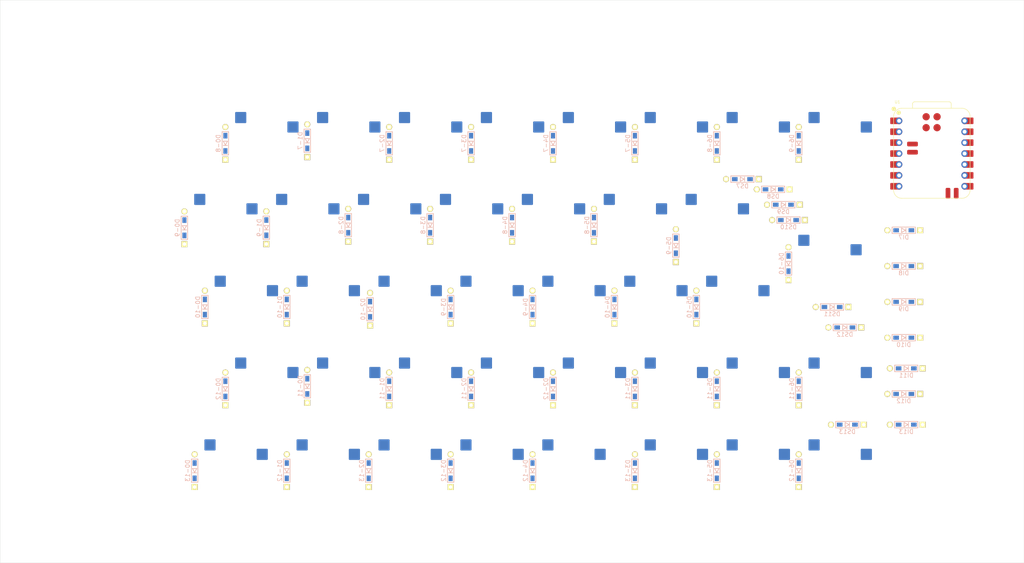
<source format=kicad_pcb>
(kicad_pcb (version 20241229) (generator "pcbnew") (generator_version "9.0")
  (layers (0 "F.Cu" signal) (2 "B.Cu" signal) (13 "F.Paste" user) (15 "B.Paste" user) (5 "F.SilkS" user "F.Silkscreen") (7 "B.SilkS" user "B.Silkscreen") (1 "F.Mask" user) (3 "B.Mask" user) (25 "Edge.Cuts" user))
  (net 0 "")
  (net 1 "Net-(D0-8-A)")
  (net 2 "Net-(D0-8-K)")
  (net 3 "Net-(D0-9-A)")
  (net 4 "Net-(D0-9-K)")
  (net 5 "Net-(D0-10-K)")
  (net 6 "Net-(D0-10-A)")
  (net 7 "Net-(D0-11-A)")
  (net 8 "Net-(D0-11-K)")
  (net 9 "Net-(D0-12-K)")
  (net 10 "Net-(D0-12-A)")
  (net 11 "Net-(D1-7-K)")
  (net 12 "Net-(D1-7-A)")
  (net 13 "Net-(D1-9-A)")
  (net 14 "Net-(D1-10-A)")
  (net 15 "Net-(D1-11-A)")
  (net 16 "Net-(D1-12-A)")
  (net 17 "Net-(D2-7-A)")
  (net 18 "Net-(D2-8-A)")
  (net 19 "Net-(D2-10-A)")
  (net 20 "Net-(D2-11-A)")
  (net 21 "Net-(D2-12-A)")
  (net 22 "Net-(D3-7-A)")
  (net 23 "Net-(D3-8-A)")
  (net 24 "Net-(D3-9-A)")
  (net 25 "Net-(D3-11-A)")
  (net 26 "Net-(D3-12-A)")
  (net 27 "Net-(D3-13-A)")
  (net 28 "Net-(D4-7-A)")
  (net 29 "Net-(D4-8-A)")
  (net 30 "Net-(D4-9-A)")
  (net 31 "Net-(D4-10-A)")
  (net 32 "Net-(D4-12-A)")
  (net 33 "Net-(D5-7-A)")
  (net 34 "Net-(D5-8-A)")
  (net 35 "Net-(D5-9-A)")
  (net 36 "Net-(D5-10-A)")
  (net 37 "Net-(D5-11-A)")
  (net 38 "Net-(D5-13-A)")
  (net 39 "Net-(D6-8-A)")
  (net 40 "Net-(D6-9-A)")
  (net 41 "Net-(D6-10-A)")
  (net 42 "Net-(D6-11-A)")
  (net 43 "Net-(D6-12-A)")
  (net 44 "INTR_R")
  (net 45 "IO 7")
  (net 46 "IO 8")
  (net 47 "IO 9")
  (net 48 "IO 10")
  (net 49 "IO 11")
  (net 50 "IO 12")
  (net 51 "IO 13")
  (net 54 "GND")
  (net 61 "VCC")
  (net 69 "Net-(D0-13-A)")
  (net 70 "Net-(D0-13-K)")
  (net 71 "Net-(D2-13-A)")
  (footprint "kbd_Parts:Diode_TH_SMD" (layer "F.Cu") (at 128.5875 133.35 90)
    (property "Reference" "D3-12" (at 0 -1.63 90) (layer "B.SilkS") (effects (font (thickness 0.125)) (justify mirror)))
    (property "Value" "1N4148W" (hide yes))
    (pad "1" thru_hole rect (at -3.81 0 90) (size 1.397 1.397) (drill 0.8128) (layers "*.Cu" "*.Mask" "F.SilkS") (net 9 "Net-(D0-12-K)"))
    (pad "1" smd rect (at -1.775 0 90) (size 1.3 0.95) (layers "B.Cu" "B.Mask" "B.Paste") (net 9 "Net-(D0-12-K)"))
    (pad "2" smd rect (at 1.775 0 90) (size 1.3 0.95) (layers "B.Cu" "B.Mask" "B.Paste") (net 26 "Net-(D3-12-A)"))
    (pad "2" thru_hole circle (at 3.81 0 90) (size 1.397 1.397) (drill 0.8128) (layers "*.Cu" "*.Mask" "F.SilkS") (net 26 "Net-(D3-12-A)"))
  )
  (footprint "kbd_Parts:Diode_TH_SMD" (layer "F.Cu") (at 142.875 76.2 90)
    (property "Reference" "D4-8" (at 0 -1.63 90) (layer "B.SilkS") (effects (font (thickness 0.125)) (justify mirror)))
    (property "Value" "1N4148W" (hide yes))
    (pad "1" thru_hole rect (at -3.81 0 90) (size 1.397 1.397) (drill 0.8128) (layers "*.Cu" "*.Mask" "F.SilkS") (net 2 "Net-(D0-8-K)"))
    (pad "1" smd rect (at -1.775 0 90) (size 1.3 0.95) (layers "B.Cu" "B.Mask" "B.Paste") (net 2 "Net-(D0-8-K)"))
    (pad "2" smd rect (at 1.775 0 90) (size 1.3 0.95) (layers "B.Cu" "B.Mask" "B.Paste") (net 29 "Net-(D4-8-A)"))
    (pad "2" thru_hole circle (at 3.81 0 90) (size 1.397 1.397) (drill 0.8128) (layers "*.Cu" "*.Mask" "F.SilkS") (net 29 "Net-(D4-8-A)"))
  )
  (footprint "kbd_Parts:Diode_TH_SMD" (layer "F.Cu") (at 180.975 80.9625 90)
    (property "Reference" "D5-9" (at 0 -1.63 90) (layer "B.SilkS") (effects (font (thickness 0.125)) (justify mirror)))
    (property "Value" "1N4148W" (hide yes))
    (pad "1" thru_hole rect (at -3.81 0 90) (size 1.397 1.397) (drill 0.8128) (layers "*.Cu" "*.Mask" "F.SilkS") (net 4 "Net-(D0-9-K)"))
    (pad "1" smd rect (at -1.775 0 90) (size 1.3 0.95) (layers "B.Cu" "B.Mask" "B.Paste") (net 4 "Net-(D0-9-K)"))
    (pad "2" smd rect (at 1.775 0 90) (size 1.3 0.95) (layers "B.Cu" "B.Mask" "B.Paste") (net 35 "Net-(D5-9-A)"))
    (pad "2" thru_hole circle (at 3.81 0 90) (size 1.397 1.397) (drill 0.8128) (layers "*.Cu" "*.Mask" "F.SilkS") (net 35 "Net-(D5-9-A)"))
  )
  (footprint "kbd_Parts:Diode_TH_SMD" (layer "F.Cu") (at 114.3 57.15 90)
    (property "Reference" "D2-7" (at 0 -1.63 90) (layer "B.SilkS") (effects (font (thickness 0.125)) (justify mirror)))
    (property "Value" "1N4148W" (hide yes))
    (pad "1" thru_hole rect (at -3.81 0 90) (size 1.397 1.397) (drill 0.8128) (layers "*.Cu" "*.Mask" "F.SilkS") (net 11 "Net-(D1-7-K)"))
    (pad "1" smd rect (at -1.775 0 90) (size 1.3 0.95) (layers "B.Cu" "B.Mask" "B.Paste") (net 11 "Net-(D1-7-K)"))
    (pad "2" smd rect (at 1.775 0 90) (size 1.3 0.95) (layers "B.Cu" "B.Mask" "B.Paste") (net 17 "Net-(D2-7-A)"))
    (pad "2" thru_hole circle (at 3.81 0 90) (size 1.397 1.397) (drill 0.8128) (layers "*.Cu" "*.Mask" "F.SilkS") (net 17 "Net-(D2-7-A)"))
  )
  (footprint "kbd_Parts:Diode_TH_SMD" (layer "F.Cu") (at 209.55 57.15 90)
    (property "Reference" "D6-9" (at 0 -1.63 90) (layer "B.SilkS") (effects (font (thickness 0.125)) (justify mirror)))
    (property "Value" "1N4148W" (hide yes))
    (pad "1" thru_hole rect (at -3.81 0 90) (size 1.397 1.397) (drill 0.8128) (layers "*.Cu" "*.Mask" "F.SilkS") (net 4 "Net-(D0-9-K)"))
    (pad "1" smd rect (at -1.775 0 90) (size 1.3 0.95) (layers "B.Cu" "B.Mask" "B.Paste") (net 4 "Net-(D0-9-K)"))
    (pad "2" smd rect (at 1.775 0 90) (size 1.3 0.95) (layers "B.Cu" "B.Mask" "B.Paste") (net 40 "Net-(D6-9-A)"))
    (pad "2" thru_hole circle (at 3.81 0 90) (size 1.397 1.397) (drill 0.8128) (layers "*.Cu" "*.Mask" "F.SilkS") (net 40 "Net-(D6-9-A)"))
  )
  (footprint "kbd_Parts:Diode_TH_SMD" (layer "F.Cu") (at 95.25 113.715625 90)
    (property "Reference" "D0-11" (at 0 -1.63 90) (layer "B.SilkS") (effects (font (thickness 0.125)) (justify mirror)))
    (property "Value" "1N4148W" (hide yes))
    (pad "1" thru_hole rect (at -3.81 0 90) (size 1.397 1.397) (drill 0.8128) (layers "*.Cu" "*.Mask" "F.SilkS") (net 8 "Net-(D0-11-K)"))
    (pad "1" smd rect (at -1.775 0 90) (size 1.3 0.95) (layers "B.Cu" "B.Mask" "B.Paste") (net 8 "Net-(D0-11-K)"))
    (pad "2" smd rect (at 1.775 0 90) (size 1.3 0.95) (layers "B.Cu" "B.Mask" "B.Paste") (net 7 "Net-(D0-11-A)"))
    (pad "2" thru_hole circle (at 3.81 0 90) (size 1.397 1.397) (drill 0.8128) (layers "*.Cu" "*.Mask" "F.SilkS") (net 7 "Net-(D0-11-A)"))
  )
  (footprint "kbd_Parts:Diode_TH_SMD" (layer "F.Cu") (at 171.45 114.3 90)
    (property "Reference" "D3-11" (at 0 -1.63 90) (layer "B.SilkS") (effects (font (thickness 0.125)) (justify mirror)))
    (property "Value" "1N4148W" (hide yes))
    (pad "1" thru_hole rect (at -3.81 0 90) (size 1.397 1.397) (drill 0.8128) (layers "*.Cu" "*.Mask" "F.SilkS") (net 8 "Net-(D0-11-K)"))
    (pad "1" smd rect (at -1.775 0 90) (size 1.3 0.95) (layers "B.Cu" "B.Mask" "B.Paste") (net 8 "Net-(D0-11-K)"))
    (pad "2" smd rect (at 1.775 0 90) (size 1.3 0.95) (layers "B.Cu" "B.Mask" "B.Paste") (net 25 "Net-(D3-11-A)"))
    (pad "2" thru_hole circle (at 3.81 0 90) (size 1.397 1.397) (drill 0.8128) (layers "*.Cu" "*.Mask" "F.SilkS") (net 25 "Net-(D3-11-A)"))
  )
  (footprint "kbd_Parts:Diode_TH_SMD" (layer "F.Cu") (at 147.6375 95.25 90)
    (property "Reference" "D4-9" (at 0 -1.63 90) (layer "B.SilkS") (effects (font (thickness 0.125)) (justify mirror)))
    (property "Value" "1N4148W" (hide yes))
    (pad "1" thru_hole rect (at -3.81 0 90) (size 1.397 1.397) (drill 0.8128) (layers "*.Cu" "*.Mask" "F.SilkS") (net 4 "Net-(D0-9-K)"))
    (pad "1" smd rect (at -1.775 0 90) (size 1.3 0.95) (layers "B.Cu" "B.Mask" "B.Paste") (net 4 "Net-(D0-9-K)"))
    (pad "2" smd rect (at 1.775 0 90) (size 1.3 0.95) (layers "B.Cu" "B.Mask" "B.Paste") (net 30 "Net-(D4-9-A)"))
    (pad "2" thru_hole circle (at 3.81 0 90) (size 1.397 1.397) (drill 0.8128) (layers "*.Cu" "*.Mask" "F.SilkS") (net 30 "Net-(D4-9-A)"))
  )
  (footprint "kbd_Parts:Diode_TH_SMD" (layer "F.Cu") (at 209.55 133.35 90)
    (property "Reference" "D6-12" (at 0 -1.63 90) (layer "B.SilkS") (effects (font (thickness 0.125)) (justify mirror)))
    (property "Value" "1N4148W" (hide yes))
    (pad "1" thru_hole rect (at -3.81 0 90) (size 1.397 1.397) (drill 0.8128) (layers "*.Cu" "*.Mask" "F.SilkS") (net 9 "Net-(D0-12-K)"))
    (pad "1" smd rect (at -1.775 0 90) (size 1.3 0.95) (layers "B.Cu" "B.Mask" "B.Paste") (net 9 "Net-(D0-12-K)"))
    (pad "2" smd rect (at 1.775 0 90) (size 1.3 0.95) (layers "B.Cu" "B.Mask" "B.Paste") (net 43 "Net-(D6-12-A)"))
    (pad "2" thru_hole circle (at 3.81 0 90) (size 1.397 1.397) (drill 0.8128) (layers "*.Cu" "*.Mask" "F.SilkS") (net 43 "Net-(D6-12-A)"))
  )
  (footprint "kbd_Parts:Diode_TH_SMD" (layer "F.Cu") (at 109.85625 95.765625 90)
    (property "Reference" "D2-10" (at 0 -1.63 90) (layer "B.SilkS") (effects (font (thickness 0.125)) (justify mirror)))
    (property "Value" "1N4148W" (hide yes))
    (pad "1" thru_hole rect (at -3.81 0 90) (size 1.397 1.397) (drill 0.8128) (layers "*.Cu" "*.Mask" "F.SilkS") (net 5 "Net-(D0-10-K)"))
    (pad "1" smd rect (at -1.775 0 90) (size 1.3 0.95) (layers "B.Cu" "B.Mask" "B.Paste") (net 5 "Net-(D0-10-K)"))
    (pad "2" smd rect (at 1.775 0 90) (size 1.3 0.95) (layers "B.Cu" "B.Mask" "B.Paste") (net 19 "Net-(D2-10-A)"))
    (pad "2" thru_hole circle (at 3.81 0 90) (size 1.397 1.397) (drill 0.8128) (layers "*.Cu" "*.Mask" "F.SilkS") (net 19 "Net-(D2-10-A)"))
  )
  (footprint "kbd_Parts:Diode_TH_SMD" (layer "F.Cu") (at 161.925 76.2 90)
    (property "Reference" "D5-8" (at 0 -1.63 90) (layer "B.SilkS") (effects (font (thickness 0.125)) (justify mirror)))
    (property "Value" "1N4148W" (hide yes))
    (pad "1" thru_hole rect (at -3.81 0 90) (size 1.397 1.397) (drill 0.8128) (layers "*.Cu" "*.Mask" "F.SilkS") (net 2 "Net-(D0-8-K)"))
    (pad "1" smd rect (at -1.775 0 90) (size 1.3 0.95) (layers "B.Cu" "B.Mask" "B.Paste") (net 2 "Net-(D0-8-K)"))
    (pad "2" smd rect (at 1.775 0 90) (size 1.3 0.95) (layers "B.Cu" "B.Mask" "B.Paste") (net 34 "Net-(D5-8-A)"))
    (pad "2" thru_hole circle (at 3.81 0 90) (size 1.397 1.397) (drill 0.8128) (layers "*.Cu" "*.Mask" "F.SilkS") (net 34 "Net-(D5-8-A)"))
  )
  (footprint "kbd_Parts:Diode_TH_SMD" (layer "F.Cu") (at 171.45 57.15 90)
    (property "Reference" "D5-7" (at 0 -1.63 90) (layer "B.SilkS") (effects (font (thickness 0.125)) (justify mirror)))
    (property "Value" "1N4148W" (hide yes))
    (pad "1" thru_hole rect (at -3.81 0 90) (size 1.397 1.397) (drill 0.8128) (layers "*.Cu" "*.Mask" "F.SilkS") (net 11 "Net-(D1-7-K)"))
    (pad "1" smd rect (at -1.775 0 90) (size 1.3 0.95) (layers "B.Cu" "B.Mask" "B.Paste") (net 11 "Net-(D1-7-K)"))
    (pad "2" smd rect (at 1.775 0 90) (size 1.3 0.95) (layers "B.Cu" "B.Mask" "B.Paste") (net 33 "Net-(D5-7-A)"))
    (pad "2" thru_hole circle (at 3.81 0 90) (size 1.397 1.397) (drill 0.8128) (layers "*.Cu" "*.Mask" "F.SilkS") (net 33 "Net-(D5-7-A)"))
  )
  (footprint "kbd_Parts:Diode_TH_SMD" (layer "F.Cu") (at 190.5 114.3 90)
    (property "Reference" "D5-11" (at 0 -1.63 90) (layer "B.SilkS") (effects (font (thickness 0.125)) (justify mirror)))
    (property "Value" "1N4148W" (hide yes))
    (pad "1" thru_hole rect (at -3.81 0 90) (size 1.397 1.397) (drill 0.8128) (layers "*.Cu" "*.Mask" "F.SilkS") (net 8 "Net-(D0-11-K)"))
    (pad "1" smd rect (at -1.775 0 90) (size 1.3 0.95) (layers "B.Cu" "B.Mask" "B.Paste") (net 8 "Net-(D0-11-K)"))
    (pad "2" smd rect (at 1.775 0 90) (size 1.3 0.95) (layers "B.Cu" "B.Mask" "B.Paste") (net 37 "Net-(D5-11-A)"))
    (pad "2" thru_hole circle (at 3.81 0 90) (size 1.397 1.397) (drill 0.8128) (layers "*.Cu" "*.Mask" "F.SilkS") (net 37 "Net-(D5-11-A)"))
  )
  (footprint "kbd_Parts:Diode_TH_SMD" (layer "F.Cu") (at 190.5 133.35 90)
    (property "Reference" "D5-13" (at 0 -1.63 90) (layer "B.SilkS") (effects (font (thickness 0.125)) (justify mirror)))
    (property "Value" "1N4148W" (hide yes))
    (pad "1" thru_hole rect (at -3.81 0 90) (size 1.397 1.397) (drill 0.8128) (layers "*.Cu" "*.Mask" "F.SilkS") (net 70 "Net-(D0-13-K)"))
    (pad "1" smd rect (at -1.775 0 90) (size 1.3 0.95) (layers "B.Cu" "B.Mask" "B.Paste") (net 70 "Net-(D0-13-K)"))
    (pad "2" smd rect (at 1.775 0 90) (size 1.3 0.95) (layers "B.Cu" "B.Mask" "B.Paste") (net 38 "Net-(D5-13-A)"))
    (pad "2" thru_hole circle (at 3.81 0 90) (size 1.397 1.397) (drill 0.8128) (layers "*.Cu" "*.Mask" "F.SilkS") (net 38 "Net-(D5-13-A)"))
  )
  (footprint "kbd_Parts:Diode_TH_SMD" (layer "F.Cu") (at 90.4875 95.25 90)
    (property "Reference" "D1-10" (at 0 -1.63 90) (layer "B.SilkS") (effects (font (thickness 0.125)) (justify mirror)))
    (property "Value" "1N4148W" (hide yes))
    (pad "1" thru_hole rect (at -3.81 0 90) (size 1.397 1.397) (drill 0.8128) (layers "*.Cu" "*.Mask" "F.SilkS") (net 5 "Net-(D0-10-K)"))
    (pad "1" smd rect (at -1.775 0 90) (size 1.3 0.95) (layers "B.Cu" "B.Mask" "B.Paste") (net 5 "Net-(D0-10-K)"))
    (pad "2" smd rect (at 1.775 0 90) (size 1.3 0.95) (layers "B.Cu" "B.Mask" "B.Paste") (net 14 "Net-(D1-10-A)"))
    (pad "2" thru_hole circle (at 3.81 0 90) (size 1.397 1.397) (drill 0.8128) (layers "*.Cu" "*.Mask" "F.SilkS") (net 14 "Net-(D1-10-A)"))
  )
  (footprint "kbd_Parts:Diode_TH_SMD" (layer "F.Cu") (at 207.16875 75.009375 180)
    (property "Reference" "DS10" (at 0 -1.63 0) (layer "B.SilkS") (effects (font (thickness 0.125)) (justify mirror)))
    (property "Value" "1N4148W" (hide yes))
    (pad "1" thru_hole rect (at -3.81 0 180) (size 1.397 1.397) (drill 0.8128) (layers "*.Cu" "*.Mask" "F.SilkS") (net 48 "IO 10"))
    (pad "1" smd rect (at -1.775 0 180) (size 1.3 0.95) (layers "B.Cu" "B.Mask" "B.Paste") (net 48 "IO 10"))
    (pad "2" smd rect (at 1.775 0 180) (size 1.3 0.95) (layers "B.Cu" "B.Mask" "B.Paste") (net 5 "Net-(D0-10-K)"))
    (pad "2" thru_hole circle (at 3.81 0 180) (size 1.397 1.397) (drill 0.8128) (layers "*.Cu" "*.Mask" "F.SilkS") (net 5 "Net-(D0-10-K)"))
  )
  (footprint "kbd_Parts:Diode_TH_SMD" (layer "F.Cu") (at 220.265625 100.0125 180)
    (property "Reference" "DS12" (at 0 -1.63 0) (layer "B.SilkS") (effects (font (thickness 0.125)) (justify mirror)))
    (property "Value" "1N4148W" (hide yes))
    (pad "1" thru_hole rect (at -3.81 0 180) (size 1.397 1.397) (drill 0.8128) (layers "*.Cu" "*.Mask" "F.SilkS") (net 50 "IO 12"))
    (pad "1" smd rect (at -1.775 0 180) (size 1.3 0.95) (layers "B.Cu" "B.Mask" "B.Paste") (net 50 "IO 12"))
    (pad "2" smd rect (at 1.775 0 180) (size 1.3 0.95) (layers "B.Cu" "B.Mask" "B.Paste") (net 9 "Net-(D0-12-K)"))
    (pad "2" thru_hole circle (at 3.81 0 180) (size 1.397 1.397) (drill 0.8128) (layers "*.Cu" "*.Mask" "F.SilkS") (net 9 "Net-(D0-12-K)"))
  )
  (footprint "kbd_Parts:Diode_TH_SMD" (layer "F.Cu") (at 76.2 57.15 90)
    (property "Reference" "D0-8" (at 0 -1.63 90) (layer "B.SilkS") (effects (font (thickness 0.125)) (justify mirror)))
    (property "Value" "1N4148W" (hide yes))
    (pad "1" thru_hole rect (at -3.81 0 90) (size 1.397 1.397) (drill 0.8128) (layers "*.Cu" "*.Mask" "F.SilkS") (net 2 "Net-(D0-8-K)"))
    (pad "1" smd rect (at -1.775 0 90) (size 1.3 0.95) (layers "B.Cu" "B.Mask" "B.Paste") (net 2 "Net-(D0-8-K)"))
    (pad "2" smd rect (at 1.775 0 90) (size 1.3 0.95) (layers "B.Cu" "B.Mask" "B.Paste") (net 1 "Net-(D0-8-A)"))
    (pad "2" thru_hole circle (at 3.81 0 90) (size 1.397 1.397) (drill 0.8128) (layers "*.Cu" "*.Mask" "F.SilkS") (net 1 "Net-(D0-8-A)"))
  )
  (footprint "kbd_Parts:Diode_TH_SMD" (layer "F.Cu") (at 205.978125 71.4375 180)
    (property "Reference" "DS9" (at 0 -1.63 0) (layer "B.SilkS") (effects (font (thickness 0.125)) (justify mirror)))
    (property "Value" "1N4148W" (hide yes))
    (pad "1" thru_hole rect (at -3.81 0 180) (size 1.397 1.397) (drill 0.8128) (layers "*.Cu" "*.Mask" "F.SilkS") (net 47 "IO 9"))
    (pad "1" smd rect (at -1.775 0 180) (size 1.3 0.95) (layers "B.Cu" "B.Mask" "B.Paste") (net 47 "IO 9"))
    (pad "2" smd rect (at 1.775 0 180) (size 1.3 0.95) (layers "B.Cu" "B.Mask" "B.Paste") (net 4 "Net-(D0-9-K)"))
    (pad "2" thru_hole circle (at 3.81 0 180) (size 1.397 1.397) (drill 0.8128) (layers "*.Cu" "*.Mask" "F.SilkS") (net 4 "Net-(D0-9-K)"))
  )
  (footprint "kbd_Parts:Diode_TH_SMD" (layer "F.Cu") (at 166.6875 95.25 90)
    (property "Reference" "D4-10" (at 0 -1.63 90) (layer "B.SilkS") (effects (font (thickness 0.125)) (justify mirror)))
    (property "Value" "1N4148W" (hide yes))
    (pad "1" thru_hole rect (at -3.81 0 90) (size 1.397 1.397) (drill 0.8128) (layers "*.Cu" "*.Mask" "F.SilkS") (net 5 "Net-(D0-10-K)"))
    (pad "1" smd rect (at -1.775 0 90) (size 1.3 0.95) (layers "B.Cu" "B.Mask" "B.Paste") (net 5 "Net-(D0-10-K)"))
    (pad "2" smd rect (at 1.775 0 90) (size 1.3 0.95) (layers "B.Cu" "B.Mask" "B.Paste") (net 31 "Net-(D4-10-A)"))
    (pad "2" thru_hole circle (at 3.81 0 90) (size 1.397 1.397) (drill 0.8128) (layers "*.Cu" "*.Mask" "F.SilkS") (net 31 "Net-(D4-10-A)"))
  )
  (footprint "kbd_Parts:Diode_TH_SMD" (layer "F.Cu") (at 152.4 57.15 90)
    (property "Reference" "D4-7" (at 0 -1.63 90) (layer "B.SilkS") (effects (font (thickness 0.125)) (justify mirror)))
    (property "Value" "1N4148W" (hide yes))
    (pad "1" thru_hole rect (at -3.81 0 90) (size 1.397 1.397) (drill 0.8128) (layers "*.Cu" "*.Mask" "F.SilkS") (net 11 "Net-(D1-7-K)"))
    (pad "1" smd rect (at -1.775 0 90) (size 1.3 0.95) (layers "B.Cu" "B.Mask" "B.Paste") (net 11 "Net-(D1-7-K)"))
    (pad "2" smd rect (at 1.775 0 90) (size 1.3 0.95) (layers "B.Cu" "B.Mask" "B.Paste") (net 28 "Net-(D4-7-A)"))
    (pad "2" thru_hole circle (at 3.81 0 90) (size 1.397 1.397) (drill 0.8128) (layers "*.Cu" "*.Mask" "F.SilkS") (net 28 "Net-(D4-7-A)"))
  )
  (footprint "kbd_Parts:Diode_TH_SMD" (layer "F.Cu") (at 133.35 57.15 90)
    (property "Reference" "D3-7" (at 0 -1.63 90) (layer "B.SilkS") (effects (font (thickness 0.125)) (justify mirror)))
    (property "Value" "1N4148W" (hide yes))
    (pad "1" thru_hole rect (at -3.81 0 90) (size 1.397 1.397) (drill 0.8128) (layers "*.Cu" "*.Mask" "F.SilkS") (net 11 "Net-(D1-7-K)"))
    (pad "1" smd rect (at -1.775 0 90) (size 1.3 0.95) (layers "B.Cu" "B.Mask" "B.Paste") (net 11 "Net-(D1-7-K)"))
    (pad "2" smd rect (at 1.775 0 90) (size 1.3 0.95) (layers "B.Cu" "B.Mask" "B.Paste") (net 22 "Net-(D3-7-A)"))
    (pad "2" thru_hole circle (at 3.81 0 90) (size 1.397 1.397) (drill 0.8128) (layers "*.Cu" "*.Mask" "F.SilkS") (net 22 "Net-(D3-7-A)"))
  )
  (footprint "kbd_Parts:Diode_TH_SMD" (layer "F.Cu") (at 233.96875 77.390625 180)
    (property "Reference" "DI7" (at 0 -1.63 0) (layer "B.SilkS") (effects (font (thickness 0.125)) (justify mirror)))
    (property "Value" "1N4148W" (hide yes))
    (pad "1" thru_hole rect (at -3.81 0 180) (size 1.397 1.397) (drill 0.8128) (layers "*.Cu" "*.Mask" "F.SilkS") (net 44 "INTR_R"))
    (pad "1" smd rect (at -1.775 0 180) (size 1.3 0.95) (layers "B.Cu" "B.Mask" "B.Paste") (net 44 "INTR_R"))
    (pad "2" smd rect (at 1.775 0 180) (size 1.3 0.95) (layers "B.Cu" "B.Mask" "B.Paste") (net 11 "Net-(D1-7-K)"))
    (pad "2" thru_hole circle (at 3.81 0 180) (size 1.397 1.397) (drill 0.8128) (layers "*.Cu" "*.Mask" "F.SilkS") (net 11 "Net-(D1-7-K)"))
  )
  (footprint "kbd_Parts:Diode_TH_SMD" (layer "F.Cu") (at 185.7375 95.25 90)
    (property "Reference" "D5-10" (at 0 -1.63 90) (layer "B.SilkS") (effects (font (thickness 0.125)) (justify mirror)))
    (property "Value" "1N4148W" (hide yes))
    (pad "1" thru_hole rect (at -3.81 0 90) (size 1.397 1.397) (drill 0.8128) (layers "*.Cu" "*.Mask" "F.SilkS") (net 5 "Net-(D0-10-K)"))
    (pad "1" smd rect (at -1.775 0 90) (size 1.3 0.95) (layers "B.Cu" "B.Mask" "B.Paste") (net 5 "Net-(D0-10-K)"))
    (pad "2" smd rect (at 1.775 0 90) (size 1.3 0.95) (layers "B.Cu" "B.Mask" "B.Paste") (net 36 "Net-(D5-10-A)"))
    (pad "2" thru_hole circle (at 3.81 0 90) (size 1.397 1.397) (drill 0.8128) (layers "*.Cu" "*.Mask" "F.SilkS") (net 36 "Net-(D5-10-A)"))
  )
  (footprint "kbd_Parts:Diode_TH_SMD" (layer "F.Cu") (at 147.6375 133.35 90)
    (property "Reference" "D4-12" (at 0 -1.63 90) (layer "B.SilkS") (effects (font (thickness 0.125)) (justify mirror)))
    (property "Value" "1N4148W" (hide yes))
    (pad "1" thru_hole rect (at -3.81 0 90) (size 1.397 1.397) (drill 0.8128) (layers "*.Cu" "*.Mask" "F.SilkS") (net 9 "Net-(D0-12-K)"))
    (pad "1" smd rect (at -1.775 0 90) (size 1.3 0.95) (layers "B.Cu" "B.Mask" "B.Paste") (net 9 "Net-(D0-12-K)"))
    (pad "2" smd rect (at 1.775 0 90) (size 1.3 0.95) (layers "B.Cu" "B.Mask" "B.Paste") (net 32 "Net-(D4-12-A)"))
    (pad "2" thru_hole circle (at 3.81 0 90) (size 1.397 1.397) (drill 0.8128) (layers "*.Cu" "*.Mask" "F.SilkS") (net 32 "Net-(D4-12-A)"))
  )
  (footprint "kbd_Parts:Diode_TH_SMD" (layer "F.Cu") (at 217.3 95.25 180)
    (property "Reference" "DS11" (at 0 -1.63 0) (layer "B.SilkS") (effects (font (thickness 0.125)) (justify mirror)))
    (property "Value" "1N4148W" (hide yes))
    (pad "1" thru_hole rect (at -3.81 0 180) (size 1.397 1.397) (drill 0.8128) (layers "*.Cu" "*.Mask" "F.SilkS") (net 49 "IO 11"))
    (pad "1" smd rect (at -1.775 0 180) (size 1.3 0.95) (layers "B.Cu" "B.Mask" "B.Paste") (net 49 "IO 11"))
    (pad "2" smd rect (at 1.775 0 180) (size 1.3 0.95) (layers "B.Cu" "B.Mask" "B.Paste") (net 8 "Net-(D0-11-K)"))
    (pad "2" thru_hole circle (at 3.81 0 180) (size 1.397 1.397) (drill 0.8128) (layers "*.Cu" "*.Mask" "F.SilkS") (net 8 "Net-(D0-11-K)"))
  )
  (footprint "kbd_Parts:Diode_TH_SMD" (layer "F.Cu") (at 114.3 114.3 90)
    (property "Reference" "D1-11" (at 0 -1.63 90) (layer "B.SilkS") (effects (font (thickness 0.125)) (justify mirror)))
    (property "Value" "1N4148W" (hide yes))
    (pad "1" thru_hole rect (at -3.81 0 90) (size 1.397 1.397) (drill 0.8128) (layers "*.Cu" "*.Mask" "F.SilkS") (net 8 "Net-(D0-11-K)"))
    (pad "1" smd rect (at -1.775 0 90) (size 1.3 0.95) (layers "B.Cu" "B.Mask" "B.Paste") (net 8 "Net-(D0-11-K)"))
    (pad "2" smd rect (at 1.775 0 90) (size 1.3 0.95) (layers "B.Cu" "B.Mask" "B.Paste") (net 15 "Net-(D1-11-A)"))
    (pad "2" thru_hole circle (at 3.81 0 90) (size 1.397 1.397) (drill 0.8128) (layers "*.Cu" "*.Mask" "F.SilkS") (net 15 "Net-(D1-11-A)"))
  )
  (footprint "kbd_Parts:Diode_TH_SMD" (layer "F.Cu") (at 233.96875 85.725 180)
    (property "Reference" "DI8" (at 0 -1.63 0) (layer "B.SilkS") (effects (font (thickness 0.125)) (justify mirror)))
    (property "Value" "1N4148W" (hide yes))
    (pad "1" thru_hole rect (at -3.81 0 180) (size 1.397 1.397) (drill 0.8128) (layers "*.Cu" "*.Mask" "F.SilkS") (net 44 "INTR_R"))
    (pad "1" smd rect (at -1.775 0 180) (size 1.3 0.95) (layers "B.Cu" "B.Mask" "B.Paste") (net 44 "INTR_R"))
    (pad "2" smd rect (at 1.775 0 180) (size 1.3 0.95) (layers "B.Cu" "B.Mask" "B.Paste") (net 2 "Net-(D0-8-K)"))
    (pad "2" thru_hole circle (at 3.81 0 180) (size 1.397 1.397) (drill 0.8128) (layers "*.Cu" "*.Mask" "F.SilkS") (net 2 "Net-(D0-8-K)"))
  )
  (footprint "kbd_Parts:Diode_TH_SMD" (layer "F.Cu") (at 207.16875 85.140625 90)
    (property "Reference" "D6-10" (at 0 -1.63 90) (layer "B.SilkS") (effects (font (thickness 0.125)) (justify mirror)))
    (property "Value" "1N4148W" (hide yes))
    (pad "1" thru_hole rect (at -3.81 0 90) (size 1.397 1.397) (drill 0.8128) (layers "*.Cu" "*.Mask" "F.SilkS") (net 5 "Net-(D0-10-K)"))
    (pad "1" smd rect (at -1.775 0 90) (size 1.3 0.95) (layers "B.Cu" "B.Mask" "B.Paste") (net 5 "Net-(D0-10-K)"))
    (pad "2" smd rect (at 1.775 0 90) (size 1.3 0.95) (layers "B.Cu" "B.Mask" "B.Paste") (net 41 "Net-(D6-10-A)"))
    (pad "2" thru_hole circle (at 3.81 0 90) (size 1.397 1.397) (drill 0.8128) (layers "*.Cu" "*.Mask" "F.SilkS") (net 41 "Net-(D6-10-A)"))
  )
  (footprint "kbd_Parts:Diode_TH_SMD" (layer "F.Cu") (at 85.725 76.784375 90)
    (property "Reference" "D1-9" (at 0 -1.63 90) (layer "B.SilkS") (effects (font (thickness 0.125)) (justify mirror)))
    (property "Value" "1N4148W" (hide yes))
    (pad "1" thru_hole rect (at -3.81 0 90) (size 1.397 1.397) (drill 0.8128) (layers "*.Cu" "*.Mask" "F.SilkS") (net 4 "Net-(D0-9-K)"))
    (pad "1" smd rect (at -1.775 0 90) (size 1.3 0.95) (layers "B.Cu" "B.Mask" "B.Paste") (net 4 "Net-(D0-9-K)"))
    (pad "2" smd rect (at 1.775 0 90) (size 1.3 0.95) (layers "B.Cu" "B.Mask" "B.Paste") (net 13 "Net-(D1-9-A)"))
    (pad "2" thru_hole circle (at 3.81 0 90) (size 1.397 1.397) (drill 0.8128) (layers "*.Cu" "*.Mask" "F.SilkS") (net 13 "Net-(D1-9-A)"))
  )
  (footprint "kbd_Parts:Diode_TH_SMD" (layer "F.Cu") (at 69.05625 133.35 90)
    (property "Reference" "D0-13" (at 0 -1.63 90) (layer "B.SilkS") (effects (font (thickness 0.125)) (justify mirror)))
    (property "Value" "1N4148W" (hide yes))
    (pad "1" thru_hole rect (at -3.81 0 90) (size 1.397 1.397) (drill 0.8128) (layers "*.Cu" "*.Mask" "F.SilkS") (net 70 "Net-(D0-13-K)"))
    (pad "1" smd rect (at -1.775 0 90) (size 1.3 0.95) (layers "B.Cu" "B.Mask" "B.Paste") (net 70 "Net-(D0-13-K)"))
    (pad "2" smd rect (at 1.775 0 90) (size 1.3 0.95) (layers "B.Cu" "B.Mask" "B.Paste") (net 69 "Net-(D0-13-A)"))
    (pad "2" thru_hole circle (at 3.81 0 90) (size 1.397 1.397) (drill 0.8128) (layers "*.Cu" "*.Mask" "F.SilkS") (net 69 "Net-(D0-13-A)"))
  )
  (footprint "kbd_Parts:Diode_TH_SMD" (layer "F.Cu") (at 220.85 122.634375 180)
    (property "Reference" "DS13" (at 0 -1.63 0) (layer "B.SilkS") (effects (font (thickness 0.125)) (justify mirror)))
    (property "Value" "1N4148W" (hide yes))
    (pad "1" thru_hole rect (at -3.81 0 180) (size 1.397 1.397) (drill 0.8128) (layers "*.Cu" "*.Mask" "F.SilkS") (net 51 "IO 13"))
    (pad "1" smd rect (at -1.775 0 180) (size 1.3 0.95) (layers "B.Cu" "B.Mask" "B.Paste") (net 51 "IO 13"))
    (pad "2" smd rect (at 1.775 0 180) (size 1.3 0.95) (layers "B.Cu" "B.Mask" "B.Paste") (net 70 "Net-(D0-13-K)"))
    (pad "2" thru_hole circle (at 3.81 0 180) (size 1.397 1.397) (drill 0.8128) (layers "*.Cu" "*.Mask" "F.SilkS") (net 70 "Net-(D0-13-K)"))
  )
  (footprint "kbd_Parts:Diode_TH_SMD" (layer "F.Cu") (at 76.2 114.3 90)
    (property "Reference" "D0-12" (at 0 -1.63 90) (layer "B.SilkS") (effects (font (thickness 0.125)) (justify mirror)))
    (property "Value" "1N4148W" (hide yes))
    (pad "1" thru_hole rect (at -3.81 0 90) (size 1.397 1.397) (drill 0.8128) (layers "*.Cu" "*.Mask" "F.SilkS") (net 9 "Net-(D0-12-K)"))
    (pad "1" smd rect (at -1.775 0 90) (size 1.3 0.95) (layers "B.Cu" "B.Mask" "B.Paste") (net 9 "Net-(D0-12-K)"))
    (pad "2" smd rect (at 1.775 0 90) (size 1.3 0.95) (layers "B.Cu" "B.Mask" "B.Paste") (net 10 "Net-(D0-12-A)"))
    (pad "2" thru_hole circle (at 3.81 0 90) (size 1.397 1.397) (drill 0.8128) (layers "*.Cu" "*.Mask" "F.SilkS") (net 10 "Net-(D0-12-A)"))
  )
  (footprint "kbd_Parts:Diode_TH_SMD" (layer "F.Cu") (at 196.453125 65.484375 180)
    (property "Reference" "DS7" (at 0 -1.63 0) (layer "B.SilkS") (effects (font (thickness 0.125)) (justify mirror)))
    (property "Value" "1N4148W" (hide yes))
    (pad "1" thru_hole rect (at -3.81 0 180) (size 1.397 1.397) (drill 0.8128) (layers "*.Cu" "*.Mask" "F.SilkS") (net 45 "IO 7"))
    (pad "1" smd rect (at -1.775 0 180) (size 1.3 0.95) (layers "B.Cu" "B.Mask" "B.Paste") (net 45 "IO 7"))
    (pad "2" smd rect (at 1.775 0 180) (size 1.3 0.95) (layers "B.Cu" "B.Mask" "B.Paste") (net 11 "Net-(D1-7-K)"))
    (pad "2" thru_hole circle (at 3.81 0 180) (size 1.397 1.397) (drill 0.8128) (layers "*.Cu" "*.Mask" "F.SilkS") (net 11 "Net-(D1-7-K)"))
  )
  (footprint "kbd_Parts:Diode_TH_SMD" (layer "F.Cu") (at 233.96875 102.39375 180)
    (property "Reference" "DI10" (at 0 -1.63 0) (layer "B.SilkS") (effects (font (thickness 0.125)) (justify mirror)))
    (property "Value" "1N4148W" (hide yes))
    (pad "1" thru_hole rect (at -3.81 0 180) (size 1.397 1.397) (drill 0.8128) (layers "*.Cu" "*.Mask" "F.SilkS") (net 44 "INTR_R"))
    (pad "1" smd rect (at -1.775 0 180) (size 1.3 0.95) (layers "B.Cu" "B.Mask" "B.Paste") (net 44 "INTR_R"))
    (pad "2" smd rect (at 1.775 0 180) (size 1.3 0.95) (layers "B.Cu" "B.Mask" "B.Paste") (net 5 "Net-(D0-10-K)"))
    (pad "2" thru_hole circle (at 3.81 0 180) (size 1.397 1.397) (drill 0.8128) (layers "*.Cu" "*.Mask" "F.SilkS") (net 5 "Net-(D0-10-K)"))
  )
  (footprint "kbd_Parts:Diode_TH_SMD" (layer "F.Cu") (at 233.96875 94.059375 180)
    (property "Reference" "DI9" (at 0 -1.63 0) (layer "B.SilkS") (effects (font (thickness 0.125)) (justify mirror)))
    (property "Value" "1N4148W" (hide yes))
    (pad "1" thru_hole rect (at -3.81 0 180) (size 1.397 1.397) (drill 0.8128) (layers "*.Cu" "*.Mask" "F.SilkS") (net 44 "INTR_R"))
    (pad "1" smd rect (at -1.775 0 180) (size 1.3 0.95) (layers "B.Cu" "B.Mask" "B.Paste") (net 44 "INTR_R"))
    (pad "2" smd rect (at 1.775 0 180) (size 1.3 0.95) (layers "B.Cu" "B.Mask" "B.Paste") (net 4 "Net-(D0-9-K)"))
    (pad "2" thru_hole circle (at 3.81 0 180) (size 1.397 1.397) (drill 0.8128) (layers "*.Cu" "*.Mask" "F.SilkS") (net 4 "Net-(D0-9-K)"))
  )
  (footprint "kbd_Parts:Diode_TH_SMD" (layer "F.Cu") (at 109.5375 133.35 90)
    (property "Reference" "D2-13" (at 0 -1.63 90) (layer "B.SilkS") (effects (font (thickness 0.125)) (justify mirror)))
    (property "Value" "1N4148W" (hide yes))
    (pad "1" thru_hole rect (at -3.81 0 90) (size 1.397 1.397) (drill 0.8128) (layers "*.Cu" "*.Mask" "F.SilkS") (net 70 "Net-(D0-13-K)"))
    (pad "1" smd rect (at -1.775 0 90) (size 1.3 0.95) (layers "B.Cu" "B.Mask" "B.Paste") (net 70 "Net-(D0-13-K)"))
    (pad "2" smd rect (at 1.775 0 90) (size 1.3 0.95) (layers "B.Cu" "B.Mask" "B.Paste") (net 71 "Net-(D2-13-A)"))
    (pad "2" thru_hole circle (at 3.81 0 90) (size 1.397 1.397) (drill 0.8128) (layers "*.Cu" "*.Mask" "F.SilkS") (net 71 "Net-(D2-13-A)"))
  )
  (footprint "kbd_Parts:Diode_TH_SMD" (layer "F.Cu") (at 90.4875 133.35 90)
    (property "Reference" "D1-12" (at 0 -1.63 90) (layer "B.SilkS") (effects (font (thickness 0.125)) (justify mirror)))
    (property "Value" "1N4148W" (hide yes))
    (pad "1" thru_hole rect (at -3.81 0 90) (size 1.397 1.397) (drill 0.8128) (layers "*.Cu" "*.Mask" "F.SilkS") (net 9 "Net-(D0-12-K)"))
    (pad "1" smd rect (at -1.775 0 90) (size 1.3 0.95) (layers "B.Cu" "B.Mask" "B.Paste") (net 9 "Net-(D0-12-K)"))
    (pad "2" smd rect (at 1.775 0 90) (size 1.3 0.95) (layers "B.Cu" "B.Mask" "B.Paste") (net 16 "Net-(D1-12-A)"))
    (pad "2" thru_hole circle (at 3.81 0 90) (size 1.397 1.397) (drill 0.8128) (layers "*.Cu" "*.Mask" "F.SilkS") (net 16 "Net-(D1-12-A)"))
  )
  (footprint "kbd_Parts:Diode_TH_SMD" (layer "F.Cu") (at 104.775 76.2 90)
    (property "Reference" "D2-8" (at 0 -1.63 90) (layer "B.SilkS") (effects (font (thickness 0.125)) (justify mirror)))
    (property "Value" "1N4148W" (hide yes))
    (pad "1" thru_hole rect (at -3.81 0 90) (size 1.397 1.397) (drill 0.8128) (layers "*.Cu" "*.Mask" "F.SilkS") (net 2 "Net-(D0-8-K)"))
    (pad "1" smd rect (at -1.775 0 90) (size 1.3 0.95) (layers "B.Cu" "B.Mask" "B.Paste") (net 2 "Net-(D0-8-K)"))
    (pad "2" smd rect (at 1.775 0 90) (size 1.3 0.95) (layers "B.Cu" "B.Mask" "B.Paste") (net 18 "Net-(D2-8-A)"))
    (pad "2" thru_hole circle (at 3.81 0 90) (size 1.397 1.397) (drill 0.8128) (layers "*.Cu" "*.Mask" "F.SilkS") (net 18 "Net-(D2-8-A)"))
  )
  (footprint "kbd_Parts:Diode_TH_SMD" (layer "F.Cu") (at 128.5875 95.25 90)
    (property "Reference" "D3-9" (at 0 -1.63 90) (layer "B.SilkS") (effects (font (thickness 0.125)) (justify mirror)))
    (property "Value" "1N4148W" (hide yes))
    (pad "1" thru_hole rect (at -3.81 0 90) (size 1.397 1.397) (drill 0.8128) (layers "*.Cu" "*.Mask" "F.SilkS") (net 4 "Net-(D0-9-K)"))
    (pad "1" smd rect (at -1.775 0 90) (size 1.3 0.95) (layers "B.Cu" "B.Mask" "B.Paste") (net 4 "Net-(D0-9-K)"))
    (pad "2" smd rect (at 1.775 0 90) (size 1.3 0.95) (layers "B.Cu" "B.Mask" "B.Paste") (net 24 "Net-(D3-9-A)"))
    (pad "2" thru_hole circle (at 3.81 0 90) (size 1.397 1.397) (drill 0.8128) (layers "*.Cu" "*.Mask" "F.SilkS") (net 24 "Net-(D3-9-A)"))
  )
  (footprint "custom-library:XIAO-nRF52840" (layer "F.Cu") (at 240.50625 59.53125)
    (property "Reference" "U1" (at -8 -12 0) (layer "F.SilkS") (effects (font (size 0.635 0.635) (thickness 0.1016))))
    (property "Value" "XIAO-nRF52840")
    (pad "1" smd roundrect (at -8.455 -7.62 180) (size 2.432 1.524) (layers "F.Cu" "F.Mask") (roundrect_rratio 0.1) (net 44 "INTR_R"))
    (pad "1" thru_hole circle (at -7.62 -7.62 180) (size 1.524 1.524) (drill 0.889) (layers "*.Cu" "*.Mask") (net 44 "INTR_R"))
    (pad "2" smd roundrect (at -8.455 -5.08 180) (size 2.432 1.524) (layers "F.Cu" "F.Mask") (roundrect_rratio 0.1) (net 45 "IO 7"))
    (pad "2" thru_hole circle (at -7.62 -5.08 180) (size 1.524 1.524) (drill 0.889) (layers "*.Cu" "*.Mask") (net 45 "IO 7"))
    (pad "3" smd roundrect (at -8.455 -2.54 180) (size 2.432 1.524) (layers "F.Cu" "F.Mask") (roundrect_rratio 0.1) (net 46 "IO 8"))
    (pad "3" thru_hole circle (at -7.62 -2.54 180) (size 1.524 1.524) (drill 0.889) (layers "*.Cu" "*.Mask") (net 46 "IO 8"))
    (pad "4" smd roundrect (at -8.455 0 180) (size 2.432 1.524) (layers "F.Cu" "F.Mask") (roundrect_rratio 0.1) (net 47 "IO 9"))
    (pad "4" thru_hole circle (at -7.62 0 180) (size 1.524 1.524) (drill 0.889) (layers "*.Cu" "*.Mask") (net 47 "IO 9"))
    (pad "5" smd roundrect (at -8.455 2.54 180) (size 2.432 1.524) (layers "F.Cu" "F.Mask") (roundrect_rratio 0.1) (net 48 "IO 10"))
    (pad "5" thru_hole circle (at -7.62 2.54 180) (size 1.524 1.524) (drill 0.889) (layers "*.Cu" "*.Mask") (net 48 "IO 10"))
    (pad "6" smd roundrect (at -8.455 5.08 180) (size 2.432 1.524) (layers "F.Cu" "F.Mask") (roundrect_rratio 0.1) (net 49 "IO 11"))
    (pad "6" thru_hole circle (at -7.62 5.08 180) (size 1.524 1.524) (drill 0.889) (layers "*.Cu" "*.Mask") (net 49 "IO 11"))
    (pad "7" smd roundrect (at -8.455 7.62 180) (size 2.432 1.524) (layers "F.Cu" "F.Mask") (roundrect_rratio 0.1) (net 50 "IO 12"))
    (pad "7" thru_hole circle (at -7.62 7.62 180) (size 1.524 1.524) (drill 0.889) (layers "*.Cu" "*.Mask") (net 50 "IO 12"))
    (pad "8" thru_hole circle (at 7.62 7.62) (size 1.524 1.524) (drill 0.889) (layers "*.Cu" "*.Mask") (net 51 "IO 13"))
    (pad "8" smd roundrect (at 8.455 7.62) (size 2.432 1.524) (layers "F.Cu" "F.Mask") (roundrect_rratio 0.1) (net 51 "IO 13"))
    (pad "9" thru_hole circle (at 7.62 5.08) (size 1.524 1.524) (drill 0.889) (layers "*.Cu" "*.Mask"))
    (pad "9" smd roundrect (at 8.455 5.08) (size 2.432 1.524) (layers "F.Cu" "F.Mask") (roundrect_rratio 0.1))
    (pad "10" thru_hole circle (at 7.62 2.54) (size 1.524 1.524) (drill 0.889) (layers "*.Cu" "*.Mask"))
    (pad "10" smd roundrect (at 8.455 2.54) (size 2.432 1.524) (layers "F.Cu" "F.Mask") (roundrect_rratio 0.1))
    (pad "11" thru_hole circle (at 7.62 0) (size 1.524 1.524) (drill 0.889) (layers "*.Cu" "*.Mask"))
    (pad "11" smd roundrect (at 8.455 0) (size 2.432 1.524) (layers "F.Cu" "F.Mask") (roundrect_rratio 0.1))
    (pad "12" thru_hole circle (at 7.62 -2.54) (size 1.524 1.524) (drill 0.889) (layers "*.Cu" "*.Mask"))
    (pad "12" smd roundrect (at 8.455 -2.54) (size 2.432 1.524) (layers "F.Cu" "F.Mask") (roundrect_rratio 0.1))
    (pad "13" thru_hole circle (at 7.62 -5.08) (size 1.524 1.524) (drill 0.889) (layers "*.Cu" "*.Mask") (net 54 "GND"))
    (pad "13" smd roundrect (at 8.455 -5.08) (size 2.432 1.524) (layers "F.Cu" "F.Mask") (roundrect_rratio 0.1) (net 54 "GND"))
    (pad "14" thru_hole circle (at 7.62 -7.62) (size 1.524 1.524) (drill 0.889) (layers "*.Cu" "*.Mask"))
    (pad "14" smd roundrect (at 8.455 -7.62) (size 2.432 1.524) (layers "F.Cu" "F.Mask") (roundrect_rratio 0.1))
    (pad "15" smd roundrect (at -4.5 -0.3135 180) (size 2.5 1.1) (layers "F.Cu" "F.Mask" "F.Paste") (net 61 "VCC"))
    (pad "16" smd roundrect (at -4.5 -2.2185 180) (size 2.5 1.1) (layers "F.Cu" "F.Mask" "F.Paste") (net 54 "GND"))
    (pad "17" smd roundrect (at 3.755 9.2369 270) (size 2.5 1.1) (layers "F.Cu" "F.Mask" "F.Paste"))
    (pad "18" smd roundrect (at 5.66 9.2369 270) (size 2.5 1.1) (layers "F.Cu" "F.Mask" "F.Paste"))
    (pad "19" smd circle (at -1.325 -8.5685) (size 1.7 1.7) (layers "F.Cu" "F.Mask" "F.Paste"))
    (pad "20" smd circle (at 1.215 -8.5685) (size 1.7 1.7) (layers "F.Cu" "F.Mask" "F.Paste"))
    (pad "21" smd circle (at -1.325 -6.0285) (size 1.7 1.7) (layers "F.Cu" "F.Mask" "F.Paste"))
    (pad "22" smd circle (at 1.215 -6.0285) (size 1.7 1.7) (layers "F.Cu" "F.Mask" "F.Paste") (net 54 "GND"))
  )
  (footprint "kbd_Parts:Diode_TH_SMD" (layer "F.Cu") (at 233.96875 115.490625 180)
    (property "Reference" "DI12" (at 0 -1.63 0) (layer "B.SilkS") (effects (font (thickness 0.125)) (justify mirror)))
    (property "Value" "1N4148W" (hide yes))
    (pad "1" thru_hole rect (at -3.81 0 180) (size 1.397 1.397) (drill 0.8128) (layers "*.Cu" "*.Mask" "F.SilkS") (net 44 "INTR_R"))
    (pad "1" smd rect (at -1.775 0 180) (size 1.3 0.95) (layers "B.Cu" "B.Mask" "B.Paste") (net 44 "INTR_R"))
    (pad "2" smd rect (at 1.775 0 180) (size 1.3 0.95) (layers "B.Cu" "B.Mask" "B.Paste") (net 9 "Net-(D0-12-K)"))
    (pad "2" thru_hole circle (at 3.81 0 180) (size 1.397 1.397) (drill 0.8128) (layers "*.Cu" "*.Mask" "F.SilkS") (net 9 "Net-(D0-12-K)"))
  )
  (footprint "kbd_Parts:Diode_TH_SMD" (layer "F.Cu") (at 234.553125 122.634375 180)
    (property "Reference" "DI13" (at 0 -1.63 0) (layer "B.SilkS") (effects (font (thickness 0.125)) (justify mirror)))
    (property "Value" "1N4148W" (hide yes))
    (pad "1" thru_hole rect (at -3.81 0 180) (size 1.397 1.397) (drill 0.8128) (layers "*.Cu" "*.Mask" "F.SilkS") (net 44 "INTR_R"))
    (pad "1" smd rect (at -1.775 0 180) (size 1.3 0.95) (layers "B.Cu" "B.Mask" "B.Paste") (net 44 "INTR_R"))
    (pad "2" smd rect (at 1.775 0 180) (size 1.3 0.95) (layers "B.Cu" "B.Mask" "B.Paste") (net 70 "Net-(D0-13-K)"))
    (pad "2" thru_hole circle (at 3.81 0 180) (size 1.397 1.397) (drill 0.8128) (layers "*.Cu" "*.Mask" "F.SilkS") (net 70 "Net-(D0-13-K)"))
  )
  (footprint "kbd_Parts:Diode_TH_SMD" (layer "F.Cu") (at 209.55 114.3 90)
    (property "Reference" "D6-11" (at 0 -1.63 90) (layer "B.SilkS") (effects (font (thickness 0.125)) (justify mirror)))
    (property "Value" "1N4148W" (hide yes))
    (pad "1" thru_hole rect (at -3.81 0 90) (size 1.397 1.397) (drill 0.8128) (layers "*.Cu" "*.Mask" "F.SilkS") (net 8 "Net-(D0-11-K)"))
    (pad "1" smd rect (at -1.775 0 90) (size 1.3 0.95) (layers "B.Cu" "B.Mask" "B.Paste") (net 8 "Net-(D0-11-K)"))
    (pad "2" smd rect (at 1.775 0 90) (size 1.3 0.95) (layers "B.Cu" "B.Mask" "B.Paste") (net 42 "Net-(D6-11-A)"))
    (pad "2" thru_hole circle (at 3.81 0 90) (size 1.397 1.397) (drill 0.8128) (layers "*.Cu" "*.Mask" "F.SilkS") (net 42 "Net-(D6-11-A)"))
  )
  (footprint "custom-library:Kailh-PG1353-Hotswap-ISOEnter" (layer "F.Cu") (at 214.3125 85.725)
    (property "Reference" "RC6-10" (hide yes))
    (property "Value" "SW_Push" (hide yes))
    (pad "" np_thru_hole oval (at -5 5.15 180) (size 1.5 2) (drill oval 1.5 2) (layers "*.Cu" "*.Mask"))
    (pad "" np_thru_hole circle (at 0 -6 180) (size 3 3) (drill 3) (layers "*.Cu" "*.Mask"))
    (pad "" np_thru_hole circle (at 0 0 180) (size 5 5) (drill 5.1) (layers "*.Cu" "*.Mask"))
    (pad "" np_thru_hole circle (at 5 -3.8 180) (size 3 3) (drill 3) (layers "*.Cu" "*.Mask"))
    (pad "1" smd roundrect (at 8.575 -3.8 180) (size 2.6 2.6) (layers "B.Cu" "B.Mask" "B.Paste") (roundrect_rratio 0.07692307692) (net 51 "IO 13"))
    (pad "2" smd roundrect (at -3.575 -6 180) (size 2.6 2.6) (layers "B.Cu" "B.Mask" "B.Paste") (roundrect_rratio 0.07692307692) (net 41 "Net-(D6-10-A)"))
  )
  (footprint "kbd_Parts:Diode_TH_SMD" (layer "F.Cu") (at 190.5 57.15 90)
    (property "Reference" "D6-8" (at 0 -1.63 90) (layer "B.SilkS") (effects (font (thickness 0.125)) (justify mirror)))
    (property "Value" "1N4148W" (hide yes))
    (pad "1" thru_hole rect (at -3.81 0 90) (size 1.397 1.397) (drill 0.8128) (layers "*.Cu" "*.Mask" "F.SilkS") (net 2 "Net-(D0-8-K)"))
    (pad "1" smd rect (at -1.775 0 90) (size 1.3 0.95) (layers "B.Cu" "B.Mask" "B.Paste") (net 2 "Net-(D0-8-K)"))
    (pad "2" smd rect (at 1.775 0 90) (size 1.3 0.95) (layers "B.Cu" "B.Mask" "B.Paste") (net 39 "Net-(D6-8-A)"))
    (pad "2" thru_hole circle (at 3.81 0 90) (size 1.397 1.397) (drill 0.8128) (layers "*.Cu" "*.Mask" "F.SilkS") (net 39 "Net-(D6-8-A)"))
  )
  (footprint "kbd_Parts:Diode_TH_SMD" (layer "F.Cu") (at 95.25 56.54375 90)
    (property "Reference" "D1-7" (at 0 -1.63 90) (layer "B.SilkS") (effects (font (thickness 0.125)) (justify mirror)))
    (property "Value" "1N4148W" (hide yes))
    (pad "1" thru_hole rect (at -3.81 0 90) (size 1.397 1.397) (drill 0.8128) (layers "*.Cu" "*.Mask" "F.SilkS") (net 11 "Net-(D1-7-K)"))
    (pad "1" smd rect (at -1.775 0 90) (size 1.3 0.95) (layers "B.Cu" "B.Mask" "B.Paste") (net 11 "Net-(D1-7-K)"))
    (pad "2" smd rect (at 1.775 0 90) (size 1.3 0.95) (layers "B.Cu" "B.Mask" "B.Paste") (net 12 "Net-(D1-7-A)"))
    (pad "2" thru_hole circle (at 3.81 0 90) (size 1.397 1.397) (drill 0.8128) (layers "*.Cu" "*.Mask" "F.SilkS") (net 12 "Net-(D1-7-A)"))
  )
  (footprint "kbd_Parts:Diode_TH_SMD" (layer "F.Cu") (at 152.4 114.3 90)
    (property "Reference" "D2-12" (at 0 -1.63 90) (layer "B.SilkS") (effects (font (thickness 0.125)) (justify mirror)))
    (property "Value" "1N4148W" (hide yes))
    (pad "1" thru_hole rect (at -3.81 0 90) (size 1.397 1.397) (drill 0.8128) (layers "*.Cu" "*.Mask" "F.SilkS") (net 9 "Net-(D0-12-K)"))
    (pad "1" smd rect (at -1.775 0 90) (size 1.3 0.95) (layers "B.Cu" "B.Mask" "B.Paste") (net 9 "Net-(D0-12-K)"))
    (pad "2" smd rect (at 1.775 0 90) (size 1.3 0.95) (layers "B.Cu" "B.Mask" "B.Paste") (net 21 "Net-(D2-12-A)"))
    (pad "2" thru_hole circle (at 3.81 0 90) (size 1.397 1.397) (drill 0.8128) (layers "*.Cu" "*.Mask" "F.SilkS") (net 21 "Net-(D2-12-A)"))
  )
  (footprint "kbd_Parts:Diode_TH_SMD" (layer "F.Cu") (at 203.596875 67.865625 180)
    (property "Reference" "DS8" (at 0 -1.63 0) (layer "B.SilkS") (effects (font (thickness 0.125)) (justify mirror)))
    (property "Value" "1N4148W" (hide yes))
    (pad "1" thru_hole rect (at -3.81 0 180) (size 1.397 1.397) (drill 0.8128) (layers "*.Cu" "*.Mask" "F.SilkS") (net 46 "IO 8"))
    (pad "1" smd rect (at -1.775 0 180) (size 1.3 0.95) (layers "B.Cu" "B.Mask" "B.Paste") (net 46 "IO 8"))
    (pad "2" smd rect (at 1.775 0 180) (size 1.3 0.95) (layers "B.Cu" "B.Mask" "B.Paste") (net 2 "Net-(D0-8-K)"))
    (pad "2" thru_hole circle (at 3.81 0 180) (size 1.397 1.397) (drill 0.8128) (layers "*.Cu" "*.Mask" "F.SilkS") (net 2 "Net-(D0-8-K)"))
  )
  (footprint "kbd_Parts:Diode_TH_SMD" (layer "F.Cu") (at 234.553125 109.5375 180)
    (property "Reference" "DI11" (at 0 -1.63 0) (layer "B.SilkS") (effects (font (thickness 0.125)) (justify mirror)))
    (property "Value" "1N4148W" (hide yes))
    (pad "1" thru_hole rect (at -3.81 0 180) (size 1.397 1.397) (drill 0.8128) (layers "*.Cu" "*.Mask" "F.SilkS") (net 44 "INTR_R"))
    (pad "1" smd rect (at -1.775 0 180) (size 1.3 0.95) (layers "B.Cu" "B.Mask" "B.Paste") (net 44 "INTR_R"))
    (pad "2" smd rect (at 1.775 0 180) (size 1.3 0.95) (layers "B.Cu" "B.Mask" "B.Paste") (net 8 "Net-(D0-11-K)"))
    (pad "2" thru_hole circle (at 3.81 0 180) (size 1.397 1.397) (drill 0.8128) (layers "*.Cu" "*.Mask" "F.SilkS") (net 8 "Net-(D0-11-K)"))
  )
  (footprint "kbd_Parts:Diode_TH_SMD" (layer "F.Cu") (at 123.825 76.2 90)
    (property "Reference" "D3-8" (at 0 -1.63 90) (layer "B.SilkS") (effects (font (thickness 0.125)) (justify mirror)))
    (property "Value" "1N4148W" (hide yes))
    (pad "1" thru_hole rect (at -3.81 0 90) (size 1.397 1.397) (drill 0.8128) (layers "*.Cu" "*.Mask" "F.SilkS") (net 2 "Net-(D0-8-K)"))
    (pad "1" smd rect (at -1.775 0 90) (size 1.3 0.95) (layers "B.Cu" "B.Mask" "B.Paste") (net 2 "Net-(D0-8-K)"))
    (pad "2" smd rect (at 1.775 0 90) (size 1.3 0.95) (layers "B.Cu" "B.Mask" "B.Paste") (net 23 "Net-(D3-8-A)"))
    (pad "2" thru_hole circle (at 3.81 0 90) (size 1.397 1.397) (drill 0.8128) (layers "*.Cu" "*.Mask" "F.SilkS") (net 23 "Net-(D3-8-A)"))
  )
  (footprint "kbd_Parts:Diode_TH_SMD" (layer "F.Cu") (at 71.4375 95.25 90)
    (property "Reference" "D0-10" (at 0 -1.63 90) (layer "B.SilkS") (effects (font (thickness 0.125)) (justify mirror)))
    (property "Value" "1N4148W" (hide yes))
    (pad "1" thru_hole rect (at -3.81 0 90) (size 1.397 1.397) (drill 0.8128) (layers "*.Cu" "*.Mask" "F.SilkS") (net 5 "Net-(D0-10-K)"))
    (pad "1" smd rect (at -1.775 0 90) (size 1.3 0.95) (layers "B.Cu" "B.Mask" "B.Paste") (net 5 "Net-(D0-10-K)"))
    (pad "2" smd rect (at 1.775 0 90) (size 1.3 0.95) (layers "B.Cu" "B.Mask" "B.Paste") (net 6 "Net-(D0-10-A)"))
    (pad "2" thru_hole circle (at 3.81 0 90) (size 1.397 1.397) (drill 0.8128) (layers "*.Cu" "*.Mask" "F.SilkS") (net 6 "Net-(D0-10-A)"))
  )
  (footprint "kbd_Parts:Diode_TH_SMD" (layer "F.Cu") (at 133.35 114.3 90)
    (property "Reference" "D2-11" (at 0 -1.63 90) (layer "B.SilkS") (effects (font (thickness 0.125)) (justify mirror)))
    (property "Value" "1N4148W" (hide yes))
    (pad "1" thru_hole rect (at -3.81 0 90) (size 1.397 1.397) (drill 0.8128) (layers "*.Cu" "*.Mask" "F.SilkS") (net 8 "Net-(D0-11-K)"))
    (pad "1" smd rect (at -1.775 0 90) (size 1.3 0.95) (layers "B.Cu" "B.Mask" "B.Paste") (net 8 "Net-(D0-11-K)"))
    (pad "2" smd rect (at 1.775 0 90) (size 1.3 0.95) (layers "B.Cu" "B.Mask" "B.Paste") (net 20 "Net-(D2-11-A)"))
    (pad "2" thru_hole circle (at 3.81 0 90) (size 1.397 1.397) (drill 0.8128) (layers "*.Cu" "*.Mask" "F.SilkS") (net 20 "Net-(D2-11-A)"))
  )
  (footprint "kbd_Parts:Diode_TH_SMD" (layer "F.Cu") (at 66.675 76.80625 90)
    (property "Reference" "D0-9" (at 0 -1.63 90) (layer "B.SilkS") (effects (font (thickness 0.125)) (justify mirror)))
    (property "Value" "1N4148W" (hide yes))
    (pad "1" thru_hole rect (at -3.81 0 90) (size 1.397 1.397) (drill 0.8128) (layers "*.Cu" "*.Mask" "F.SilkS") (net 4 "Net-(D0-9-K)"))
    (pad "1" smd rect (at -1.775 0 90) (size 1.3 0.95) (layers "B.Cu" "B.Mask" "B.Paste") (net 4 "Net-(D0-9-K)"))
    (pad "2" smd rect (at 1.775 0 90) (size 1.3 0.95) (layers "B.Cu" "B.Mask" "B.Paste") (net 3 "Net-(D0-9-A)"))
    (pad "2" thru_hole circle (at 3.81 0 90) (size 1.397 1.397) (drill 0.8128) (layers "*.Cu" "*.Mask" "F.SilkS") (net 3 "Net-(D0-9-A)"))
  )
  (footprint "kbd_Parts:Diode_TH_SMD" (layer "F.Cu") (at 171.45 133.35 90)
    (property "Reference" "D3-13" (at 0 -1.63 90) (layer "B.SilkS") (effects (font (thickness 0.125)) (justify mirror)))
    (property "Value" "1N4148W" (hide yes))
    (pad "1" thru_hole rect (at -3.81 0 90) (size 1.397 1.397) (drill 0.8128) (layers "*.Cu" "*.Mask" "F.SilkS") (net 70 "Net-(D0-13-K)"))
    (pad "1" smd rect (at -1.775 0 90) (size 1.3 0.95) (layers "B.Cu" "B.Mask" "B.Paste") (net 70 "Net-(D0-13-K)"))
    (pad "2" smd rect (at 1.775 0 90) (size 1.3 0.95) (layers "B.Cu" "B.Mask" "B.Paste") (net 27 "Net-(D3-13-A)"))
    (pad "2" thru_hole circle (at 3.81 0 90) (size 1.397 1.397) (drill 0.8128) (layers "*.Cu" "*.Mask" "F.SilkS") (net 27 "Net-(D3-13-A)"))
  )
  (footprint "Kailh_PG1353_Hotswap:Kailh-PG1353-Hotswap-1U" (layer "B.Cu") (at 121.44375 114.3 180)
    (property "Reference" "RC1-11")
    (property "Value" "SW_Push")
    (pad "" np_thru_hole circle (at -5 3.8) (size 3 3) (drill 3) (layers "*.Cu" "*.Mask"))
    (pad "" np_thru_hole circle (at 0 0) (size 5 5) (drill 5.1) (layers "*.Cu" "*.Mask"))
    (pad "" np_thru_hole circle (at 0 6) (size 3 3) (drill 3) (layers "*.Cu" "*.Mask"))
    (pad "" np_thru_hole oval (at 5 -5.15) (size 1.5 2) (drill oval 1.5 2) (layers "*.Cu" "*.Mask"))
    (pad "1" smd roundrect (at -8.575 3.8) (size 2.6 2.6) (layers "B.Cu" "B.Mask" "B.Paste") (roundrect_rratio 0.07692307692) (net 46 "IO 8"))
    (pad "2" smd roundrect (at 3.575 6) (size 2.6 2.6) (layers "B.Cu" "B.Mask" "B.Paste") (roundrect_rratio 0.07692307692) (net 15 "Net-(D1-11-A)"))
  )
  (footprint "Kailh_PG1353_Hotswap:Kailh-PG1353-Hotswap-1U" (layer "B.Cu") (at 192.88125 95.25 180)
    (property "Reference" "RC5-10")
    (property "Value" "SW_Push")
    (pad "" np_thru_hole circle (at -5 3.8) (size 3 3) (drill 3) (layers "*.Cu" "*.Mask"))
    (pad "" np_thru_hole circle (at 0 0) (size 5 5) (drill 5.1) (layers "*.Cu" "*.Mask"))
    (pad "" np_thru_hole circle (at 0 6) (size 3 3) (drill 3) (layers "*.Cu" "*.Mask"))
    (pad "" np_thru_hole oval (at 5 -5.15) (size 1.5 2) (drill oval 1.5 2) (layers "*.Cu" "*.Mask"))
    (pad "1" smd roundrect (at -8.575 3.8) (size 2.6 2.6) (layers "B.Cu" "B.Mask" "B.Paste") (roundrect_rratio 0.07692307692) (net 50 "IO 12"))
    (pad "2" smd roundrect (at 3.575 6) (size 2.6 2.6) (layers "B.Cu" "B.Mask" "B.Paste") (roundrect_rratio 0.07692307692) (net 36 "Net-(D5-10-A)"))
  )
  (footprint "Kailh_PG1353_Hotswap:Kailh-PG1353-Hotswap-1U" (layer "B.Cu") (at 83.34375 114.3 180)
    (property "Reference" "RC0-12")
    (property "Value" "SW_Push")
    (pad "" np_thru_hole circle (at -5 3.8) (size 3 3) (drill 3) (layers "*.Cu" "*.Mask"))
    (pad "" np_thru_hole circle (at 0 0) (size 5 5) (drill 5.1) (layers "*.Cu" "*.Mask"))
    (pad "" np_thru_hole circle (at 0 6) (size 3 3) (drill 3) (layers "*.Cu" "*.Mask"))
    (pad "" np_thru_hole oval (at 5 -5.15) (size 1.5 2) (drill oval 1.5 2) (layers "*.Cu" "*.Mask"))
    (pad "1" smd roundrect (at -8.575 3.8) (size 2.6 2.6) (layers "B.Cu" "B.Mask" "B.Paste") (roundrect_rratio 0.07692307692) (net 45 "IO 7"))
    (pad "2" smd roundrect (at 3.575 6) (size 2.6 2.6) (layers "B.Cu" "B.Mask" "B.Paste") (roundrect_rratio 0.07692307692) (net 10 "Net-(D0-12-A)"))
  )
  (footprint "Kailh_PG1353_Hotswap:Kailh-PG1353-Hotswap-1.25U" (layer "B.Cu") (at 76.2 133.35 180)
    (property "Reference" "RC0-13")
    (property "Value" "SW_Push")
    (pad "" np_thru_hole circle (at -5 3.8) (size 3 3) (drill 3) (layers "*.Cu" "*.Mask"))
    (pad "" np_thru_hole circle (at 0 0) (size 5 5) (drill 5.1) (layers "*.Cu" "*.Mask"))
    (pad "" np_thru_hole circle (at 0 6) (size 3 3) (drill 3) (layers "*.Cu" "*.Mask"))
    (pad "" np_thru_hole oval (at 5 -5.15) (size 1.5 2) (drill oval 1.5 2) (layers "*.Cu" "*.Mask"))
    (pad "1" smd roundrect (at -8.575 3.8) (size 2.6 2.6) (layers "B.Cu" "B.Mask" "B.Paste") (roundrect_rratio 0.07692307692) (net 45 "IO 7"))
    (pad "2" smd roundrect (at 3.575 6) (size 2.6 2.6) (layers "B.Cu" "B.Mask" "B.Paste") (roundrect_rratio 0.07692307692) (net 69 "Net-(D0-13-A)"))
  )
  (footprint "Kailh_PG1353_Hotswap:Kailh-PG1353-Hotswap-1U" (layer "B.Cu") (at 216.69375 114.3 180)
    (property "Reference" "RC6-11")
    (property "Value" "SW_Push")
    (pad "" np_thru_hole circle (at -5 3.8) (size 3 3) (drill 3) (layers "*.Cu" "*.Mask"))
    (pad "" np_thru_hole circle (at 0 0) (size 5 5) (drill 5.1) (layers "*.Cu" "*.Mask"))
    (pad "" np_thru_hole circle (at 0 6) (size 3 3) (drill 3) (layers "*.Cu" "*.Mask"))
    (pad "" np_thru_hole oval (at 5 -5.15) (size 1.5 2) (drill oval 1.5 2) (layers "*.Cu" "*.Mask"))
    (pad "1" smd roundrect (at -8.575 3.8) (size 2.6 2.6) (layers "B.Cu" "B.Mask" "B.Paste") (roundrect_rratio 0.07692307692) (net 51 "IO 13"))
    (pad "2" smd roundrect (at 3.575 6) (size 2.6 2.6) (layers "B.Cu" "B.Mask" "B.Paste") (roundrect_rratio 0.07692307692) (net 42 "Net-(D6-11-A)"))
  )
  (footprint "Kailh_PG1353_Hotswap:Kailh-PG1353-Hotswap-1U" (layer "B.Cu") (at 97.63125 133.35 180)
    (property "Reference" "RC1-12")
    (property "Value" "SW_Push")
    (pad "" np_thru_hole circle (at -5 3.8) (size 3 3) (drill 3) (layers "*.Cu" "*.Mask"))
    (pad "" np_thru_hole circle (at 0 0) (size 5 5) (drill 5.1) (layers "*.Cu" "*.Mask"))
    (pad "" np_thru_hole circle (at 0 6) (size 3 3) (drill 3) (layers "*.Cu" "*.Mask"))
    (pad "" np_thru_hole oval (at 5 -5.15) (size 1.5 2) (drill oval 1.5 2) (layers "*.Cu" "*.Mask"))
    (pad "1" smd roundrect (at -8.575 3.8) (size 2.6 2.6) (layers "B.Cu" "B.Mask" "B.Paste") (roundrect_rratio 0.07692307692) (net 46 "IO 8"))
    (pad "2" smd roundrect (at 3.575 6) (size 2.6 2.6) (layers "B.Cu" "B.Mask" "B.Paste") (roundrect_rratio 0.07692307692) (net 16 "Net-(D1-12-A)"))
  )
  (footprint "Kailh_PG1353_Hotswap:Kailh-PG1353-Hotswap-1U" (layer "B.Cu") (at 197.64375 133.35 180)
    (property "Reference" "RC5-13")
    (property "Value" "SW_Push")
    (pad "" np_thru_hole circle (at -5 3.8) (size 3 3) (drill 3) (layers "*.Cu" "*.Mask"))
    (pad "" np_thru_hole circle (at 0 0) (size 5 5) (drill 5.1) (layers "*.Cu" "*.Mask"))
    (pad "" np_thru_hole circle (at 0 6) (size 3 3) (drill 3) (layers "*.Cu" "*.Mask"))
    (pad "" np_thru_hole oval (at 5 -5.15) (size 1.5 2) (drill oval 1.5 2) (layers "*.Cu" "*.Mask"))
    (pad "1" smd roundrect (at -8.575 3.8) (size 2.6 2.6) (layers "B.Cu" "B.Mask" "B.Paste") (roundrect_rratio 0.07692307692) (net 50 "IO 12"))
    (pad "2" smd roundrect (at 3.575 6) (size 2.6 2.6) (layers "B.Cu" "B.Mask" "B.Paste") (roundrect_rratio 0.07692307692) (net 38 "Net-(D5-13-A)"))
  )
  (footprint "Kailh_PG1353_Hotswap:Kailh-PG1353-Hotswap-1U" (layer "B.Cu") (at 159.54375 57.15 180)
    (property "Reference" "RC4-7")
    (property "Value" "SW_Push")
    (pad "" np_thru_hole circle (at -5 3.8) (size 3 3) (drill 3) (layers "*.Cu" "*.Mask"))
    (pad "" np_thru_hole circle (at 0 0) (size 5 5) (drill 5.1) (layers "*.Cu" "*.Mask"))
    (pad "" np_thru_hole circle (at 0 6) (size 3 3) (drill 3) (layers "*.Cu" "*.Mask"))
    (pad "" np_thru_hole oval (at 5 -5.15) (size 1.5 2) (drill oval 1.5 2) (layers "*.Cu" "*.Mask"))
    (pad "1" smd roundrect (at -8.575 3.8) (size 2.6 2.6) (layers "B.Cu" "B.Mask" "B.Paste") (roundrect_rratio 0.07692307692) (net 49 "IO 11"))
    (pad "2" smd roundrect (at 3.575 6) (size 2.6 2.6) (layers "B.Cu" "B.Mask" "B.Paste") (roundrect_rratio 0.07692307692) (net 28 "Net-(D4-7-A)"))
  )
  (footprint "Kailh_PG1353_Hotswap:Kailh-PG1353-Hotswap-1U" (layer "B.Cu") (at 188.11875 76.2 180)
    (property "Reference" "RC5-9")
    (property "Value" "SW_Push")
    (pad "" np_thru_hole circle (at -5 3.8) (size 3 3) (drill 3) (layers "*.Cu" "*.Mask"))
    (pad "" np_thru_hole circle (at 0 0) (size 5 5) (drill 5.1) (layers "*.Cu" "*.Mask"))
    (pad "" np_thru_hole circle (at 0 6) (size 3 3) (drill 3) (layers "*.Cu" "*.Mask"))
    (pad "" np_thru_hole oval (at 5 -5.15) (size 1.5 2) (drill oval 1.5 2) (layers "*.Cu" "*.Mask"))
    (pad "1" smd roundrect (at -8.575 3.8) (size 2.6 2.6) (layers "B.Cu" "B.Mask" "B.Paste") (roundrect_rratio 0.07692307692) (net 50 "IO 12"))
    (pad "2" smd roundrect (at 3.575 6) (size 2.6 2.6) (layers "B.Cu" "B.Mask" "B.Paste") (roundrect_rratio 0.07692307692) (net 35 "Net-(D5-9-A)"))
  )
  (footprint "Kailh_PG1353_Hotswap:Kailh-PG1353-Hotswap-1U" (layer "B.Cu") (at 197.64375 114.3 180)
    (property "Reference" "RC5-11")
    (property "Value" "SW_Push")
    (pad "" np_thru_hole circle (at -5 3.8) (size 3 3) (drill 3) (layers "*.Cu" "*.Mask"))
    (pad "" np_thru_hole circle (at 0 0) (size 5 5) (drill 5.1) (layers "*.Cu" "*.Mask"))
    (pad "" np_thru_hole circle (at 0 6) (size 3 3) (drill 3) (layers "*.Cu" "*.Mask"))
    (pad "" np_thru_hole oval (at 5 -5.15) (size 1.5 2) (drill oval 1.5 2) (layers "*.Cu" "*.Mask"))
    (pad "1" smd roundrect (at -8.575 3.8) (size 2.6 2.6) (layers "B.Cu" "B.Mask" "B.Paste") (roundrect_rratio 0.07692307692) (net 50 "IO 12"))
    (pad "2" smd roundrect (at 3.575 6) (size 2.6 2.6) (layers "B.Cu" "B.Mask" "B.Paste") (roundrect_rratio 0.07692307692) (net 37 "Net-(D5-11-A)"))
  )
  (footprint "Kailh_PG1353_Hotswap:Kailh-PG1353-Hotswap-1U" (layer "B.Cu") (at 135.73125 95.25 180)
    (property "Reference" "RC3-9")
    (property "Value" "SW_Push")
    (pad "" np_thru_hole circle (at -5 3.8) (size 3 3) (drill 3) (layers "*.Cu" "*.Mask"))
    (pad "" np_thru_hole circle (at 0 0) (size 5 5) (drill 5.1) (layers "*.Cu" "*.Mask"))
    (pad "" np_thru_hole circle (at 0 6) (size 3 3) (drill 3) (layers "*.Cu" "*.Mask"))
    (pad "" np_thru_hole oval (at 5 -5.15) (size 1.5 2) (drill oval 1.5 2) (layers "*.Cu" "*.Mask"))
    (pad "1" smd roundrect (at -8.575 3.8) (size 2.6 2.6) (layers "B.Cu" "B.Mask" "B.Paste") (roundrect_rratio 0.07692307692) (net 48 "IO 10"))
    (pad "2" smd roundrect (at 3.575 6) (size 2.6 2.6) (layers "B.Cu" "B.Mask" "B.Paste") (roundrect_rratio 0.07692307692) (net 24 "Net-(D3-9-A)"))
  )
  (footprint "Kailh_PG1353_Hotswap:Kailh-PG1353-Hotswap-1U" (layer "B.Cu") (at 78.58125 95.25 180)
    (property "Reference" "RC0-10")
    (property "Value" "SW_Push")
    (pad "" np_thru_hole circle (at -5 3.8) (size 3 3) (drill 3) (layers "*.Cu" "*.Mask"))
    (pad "" np_thru_hole circle (at 0 0) (size 5 5) (drill 5.1) (layers "*.Cu" "*.Mask"))
    (pad "" np_thru_hole circle (at 0 6) (size 3 3) (drill 3) (layers "*.Cu" "*.Mask"))
    (pad "" np_thru_hole oval (at 5 -5.15) (size 1.5 2) (drill oval 1.5 2) (layers "*.Cu" "*.Mask"))
    (pad "1" smd roundrect (at -8.575 3.8) (size 2.6 2.6) (layers "B.Cu" "B.Mask" "B.Paste") (roundrect_rratio 0.07692307692) (net 45 "IO 7"))
    (pad "2" smd roundrect (at 3.575 6) (size 2.6 2.6) (layers "B.Cu" "B.Mask" "B.Paste") (roundrect_rratio 0.07692307692) (net 6 "Net-(D0-10-A)"))
  )
  (footprint "Kailh_PG1353_Hotswap:Kailh-PG1353-Hotswap-1U" (layer "B.Cu") (at 116.68125 133.35 180)
    (property "Reference" "RC2-13")
    (property "Value" "SW_Push")
    (pad "" np_thru_hole circle (at -5 3.8) (size 3 3) (drill 3) (layers "*.Cu" "*.Mask"))
    (pad "" np_thru_hole circle (at 0 0) (size 5 5) (drill 5.1) (layers "*.Cu" "*.Mask"))
    (pad "" np_thru_hole circle (at 0 6) (size 3 3) (drill 3) (layers "*.Cu" "*.Mask"))
    (pad "" np_thru_hole oval (at 5 -5.15) (size 1.5 2) (drill oval 1.5 2) (layers "*.Cu" "*.Mask"))
    (pad "1" smd roundrect (at -8.575 3.8) (size 2.6 2.6) (layers "B.Cu" "B.Mask" "B.Paste") (roundrect_rratio 0.07692307692) (net 47 "IO 9"))
    (pad "2" smd roundrect (at 3.575 6) (size 2.6 2.6) (layers "B.Cu" "B.Mask" "B.Paste") (roundrect_rratio 0.07692307692) (net 71 "Net-(D2-13-A)"))
  )
  (footprint "Kailh_PG1353_Hotswap:Kailh-PG1353-Hotswap-1U" (layer "B.Cu") (at 102.39375 114.3 180)
    (property "Reference" "RC0-11")
    (property "Value" "SW_Push")
    (pad "" np_thru_hole circle (at -5 3.8) (size 3 3) (drill 3) (layers "*.Cu" "*.Mask"))
    (pad "" np_thru_hole circle (at 0 0) (size 5 5) (drill 5.1) (layers "*.Cu" "*.Mask"))
    (pad "" np_thru_hole circle (at 0 6) (size 3 3) (drill 3) (layers "*.Cu" "*.Mask"))
    (pad "" np_thru_hole oval (at 5 -5.15) (size 1.5 2) (drill oval 1.5 2) (layers "*.Cu" "*.Mask"))
    (pad "1" smd roundrect (at -8.575 3.8) (size 2.6 2.6) (layers "B.Cu" "B.Mask" "B.Paste") (roundrect_rratio 0.07692307692) (net 45 "IO 7"))
    (pad "2" smd roundrect (at 3.575 6) (size 2.6 2.6) (layers "B.Cu" "B.Mask" "B.Paste") (roundrect_rratio 0.07692307692) (net 7 "Net-(D0-11-A)"))
  )
  (footprint "Kailh_PG1353_Hotswap:Kailh-PG1353-Hotswap-1U" (layer "B.Cu") (at 140.49375 57.15 180)
    (property "Reference" "RC3-7")
    (property "Value" "SW_Push")
    (pad "" np_thru_hole circle (at -5 3.8) (size 3 3) (drill 3) (layers "*.Cu" "*.Mask"))
    (pad "" np_thru_hole circle (at 0 0) (size 5 5) (drill 5.1) (layers "*.Cu" "*.Mask"))
    (pad "" np_thru_hole circle (at 0 6) (size 3 3) (drill 3) (layers "*.Cu" "*.Mask"))
    (pad "" np_thru_hole oval (at 5 -5.15) (size 1.5 2) (drill oval 1.5 2) (layers "*.Cu" "*.Mask"))
    (pad "1" smd roundrect (at -8.575 3.8) (size 2.6 2.6) (layers "B.Cu" "B.Mask" "B.Paste") (roundrect_rratio 0.07692307692) (net 48 "IO 10"))
    (pad "2" smd roundrect (at 3.575 6) (size 2.6 2.6) (layers "B.Cu" "B.Mask" "B.Paste") (roundrect_rratio 0.07692307692) (net 22 "Net-(D3-7-A)"))
  )
  (footprint "Kailh_PG1353_Hotswap:Kailh-PG1353-Hotswap-1U" (layer "B.Cu") (at 135.73125 133.35 180)
    (property "Reference" "RC3-12")
    (property "Value" "SW_Push")
    (pad "" np_thru_hole circle (at -5 3.8) (size 3 3) (drill 3) (layers "*.Cu" "*.Mask"))
    (pad "" np_thru_hole circle (at 0 0) (size 5 5) (drill 5.1) (layers "*.Cu" "*.Mask"))
    (pad "" np_thru_hole circle (at 0 6) (size 3 3) (drill 3) (layers "*.Cu" "*.Mask"))
    (pad "" np_thru_hole oval (at 5 -5.15) (size 1.5 2) (drill oval 1.5 2) (layers "*.Cu" "*.Mask"))
    (pad "1" smd roundrect (at -8.575 3.8) (size 2.6 2.6) (layers "B.Cu" "B.Mask" "B.Paste") (roundrect_rratio 0.07692307692) (net 48 "IO 10"))
    (pad "2" smd roundrect (at 3.575 6) (size 2.6 2.6) (layers "B.Cu" "B.Mask" "B.Paste") (roundrect_rratio 0.07692307692) (net 26 "Net-(D3-12-A)"))
  )
  (footprint "Kailh_PG1353_Hotswap:Kailh-PG1353-Hotswap-1U" (layer "B.Cu") (at 92.86875 76.2 180)
    (property "Reference" "RC1-9")
    (property "Value" "SW_Push")
    (pad "" np_thru_hole circle (at -5 3.8) (size 3 3) (drill 3) (layers "*.Cu" "*.Mask"))
    (pad "" np_thru_hole circle (at 0 0) (size 5 5) (drill 5.1) (layers "*.Cu" "*.Mask"))
    (pad "" np_thru_hole circle (at 0 6) (size 3 3) (drill 3) (layers "*.Cu" "*.Mask"))
    (pad "" np_thru_hole oval (at 5 -5.15) (size 1.5 2) (drill oval 1.5 2) (layers "*.Cu" "*.Mask"))
    (pad "1" smd roundrect (at -8.575 3.8) (size 2.6 2.6) (layers "B.Cu" "B.Mask" "B.Paste") (roundrect_rratio 0.07692307692) (net 46 "IO 8"))
    (pad "2" smd roundrect (at 3.575 6) (size 2.6 2.6) (layers "B.Cu" "B.Mask" "B.Paste") (roundrect_rratio 0.07692307692) (net 13 "Net-(D1-9-A)"))
  )
  (footprint "Kailh_PG1353_Hotswap:Kailh-PG1353-Hotswap-1U" (layer "B.Cu") (at 216.69375 57.15 180)
    (property "Reference" "RC6-9")
    (property "Value" "SW_Push")
    (pad "" np_thru_hole circle (at -5 3.8) (size 3 3) (drill 3) (layers "*.Cu" "*.Mask"))
    (pad "" np_thru_hole circle (at 0 0) (size 5 5) (drill 5.1) (layers "*.Cu" "*.Mask"))
    (pad "" np_thru_hole circle (at 0 6) (size 3 3) (drill 3) (layers "*.Cu" "*.Mask"))
    (pad "" np_thru_hole oval (at 5 -5.15) (size 1.5 2) (drill oval 1.5 2) (layers "*.Cu" "*.Mask"))
    (pad "1" smd roundrect (at -8.575 3.8) (size 2.6 2.6) (layers "B.Cu" "B.Mask" "B.Paste") (roundrect_rratio 0.07692307692) (net 51 "IO 13"))
    (pad "2" smd roundrect (at 3.575 6) (size 2.6 2.6) (layers "B.Cu" "B.Mask" "B.Paste") (roundrect_rratio 0.07692307692) (net 40 "Net-(D6-9-A)"))
  )
  (footprint "Kailh_PG1353_Hotswap:Kailh-PG1353-Hotswap-1U" (layer "B.Cu") (at 159.54375 114.3 180)
    (property "Reference" "RC2-12")
    (property "Value" "SW_Push")
    (pad "" np_thru_hole circle (at -5 3.8) (size 3 3) (drill 3) (layers "*.Cu" "*.Mask"))
    (pad "" np_thru_hole circle (at 0 0) (size 5 5) (drill 5.1) (layers "*.Cu" "*.Mask"))
    (pad "" np_thru_hole circle (at 0 6) (size 3 3) (drill 3) (layers "*.Cu" "*.Mask"))
    (pad "" np_thru_hole oval (at 5 -5.15) (size 1.5 2) (drill oval 1.5 2) (layers "*.Cu" "*.Mask"))
    (pad "1" smd roundrect (at -8.575 3.8) (size 2.6 2.6) (layers "B.Cu" "B.Mask" "B.Paste") (roundrect_rratio 0.07692307692) (net 47 "IO 9"))
    (pad "2" smd roundrect (at 3.575 6) (size 2.6 2.6) (layers "B.Cu" "B.Mask" "B.Paste") (roundrect_rratio 0.07692307692) (net 21 "Net-(D2-12-A)"))
  )
  (footprint "Kailh_PG1353_Hotswap:Kailh-PG1353-Hotswap-1U" (layer "B.Cu") (at 73.81875 76.2 180)
    (property "Reference" "RC0-9")
    (property "Value" "SW_Push")
    (pad "" np_thru_hole circle (at -5 3.8) (size 3 3) (drill 3) (layers "*.Cu" "*.Mask"))
    (pad "" np_thru_hole circle (at 0 0) (size 5 5) (drill 5.1) (layers "*.Cu" "*.Mask"))
    (pad "" np_thru_hole circle (at 0 6) (size 3 3) (drill 3) (layers "*.Cu" "*.Mask"))
    (pad "" np_thru_hole oval (at 5 -5.15) (size 1.5 2) (drill oval 1.5 2) (layers "*.Cu" "*.Mask"))
    (pad "1" smd roundrect (at -8.575 3.8) (size 2.6 2.6) (layers "B.Cu" "B.Mask" "B.Paste") (roundrect_rratio 0.07692307692) (net 45 "IO 7"))
    (pad "2" smd roundrect (at 3.575 6) (size 2.6 2.6) (layers "B.Cu" "B.Mask" "B.Paste") (roundrect_rratio 0.07692307692) (net 3 "Net-(D0-9-A)"))
  )
  (footprint "Kailh_PG1353_Hotswap:Kailh-PG1353-Hotswap-1U" (layer "B.Cu") (at 130.96875 76.2 180)
    (property "Reference" "RC3-8")
    (property "Value" "SW_Push")
    (pad "" np_thru_hole circle (at -5 3.8) (size 3 3) (drill 3) (layers "*.Cu" "*.Mask"))
    (pad "" np_thru_hole circle (at 0 0) (size 5 5) (drill 5.1) (layers "*.Cu" "*.Mask"))
    (pad "" np_thru_hole circle (at 0 6) (size 3 3) (drill 3) (layers "*.Cu" "*.Mask"))
    (pad "" np_thru_hole oval (at 5 -5.15) (size 1.5 2) (drill oval 1.5 2) (layers "*.Cu" "*.Mask"))
    (pad "1" smd roundrect (at -8.575 3.8) (size 2.6 2.6) (layers "B.Cu" "B.Mask" "B.Paste") (roundrect_rratio 0.07692307692) (net 48 "IO 10"))
    (pad "2" smd roundrect (at 3.575 6) (size 2.6 2.6) (layers "B.Cu" "B.Mask" "B.Paste") (roundrect_rratio 0.07692307692) (net 23 "Net-(D3-8-A)"))
  )
  (footprint "Kailh_PG1353_Hotswap:Kailh-PG1353-Hotswap-1U" (layer "B.Cu") (at 169.06875 76.2 180)
    (property "Reference" "RC5-8")
    (property "Value" "SW_Push")
    (pad "" np_thru_hole circle (at -5 3.8) (size 3 3) (drill 3) (layers "*.Cu" "*.Mask"))
    (pad "" np_thru_hole circle (at 0 0) (size 5 5) (drill 5.1) (layers "*.Cu" "*.Mask"))
    (pad "" np_thru_hole circle (at 0 6) (size 3 3) (drill 3) (layers "*.Cu" "*.Mask"))
    (pad "" np_thru_hole oval (at 5 -5.15) (size 1.5 2) (drill oval 1.5 2) (layers "*.Cu" "*.Mask"))
    (pad "1" smd roundrect (at -8.575 3.8) (size 2.6 2.6) (layers "B.Cu" "B.Mask" "B.Paste") (roundrect_rratio 0.07692307692) (net 50 "IO 12"))
    (pad "2" smd roundrect (at 3.575 6) (size 2.6 2.6) (layers "B.Cu" "B.Mask" "B.Paste") (roundrect_rratio 0.07692307692) (net 34 "Net-(D5-8-A)"))
  )
  (footprint "Kailh_PG1353_Hotswap:Kailh-PG1353-Hotswap-1U" (layer "B.Cu") (at 150.01875 76.2 180)
    (property "Reference" "RC4-8")
    (property "Value" "SW_Push")
    (pad "" np_thru_hole circle (at -5 3.8) (size 3 3) (drill 3) (layers "*.Cu" "*.Mask"))
    (pad "" np_thru_hole circle (at 0 0) (size 5 5) (drill 5.1) (layers "*.Cu" "*.Mask"))
    (pad "" np_thru_hole circle (at 0 6) (size 3 3) (drill 3) (layers "*.Cu" "*.Mask"))
    (pad "" np_thru_hole oval (at 5 -5.15) (size 1.5 2) (drill oval 1.5 2) (layers "*.Cu" "*.Mask"))
    (pad "1" smd roundrect (at -8.575 3.8) (size 2.6 2.6) (layers "B.Cu" "B.Mask" "B.Paste") (roundrect_rratio 0.07692307692) (net 49 "IO 11"))
    (pad "2" smd roundrect (at 3.575 6) (size 2.6 2.6) (layers "B.Cu" "B.Mask" "B.Paste") (roundrect_rratio 0.07692307692) (net 29 "Net-(D4-8-A)"))
  )
  (footprint "Kailh_PG1353_Hotswap:Kailh-PG1353-Hotswap-1U" (layer "B.Cu") (at 216.69375 133.35 180)
    (property "Reference" "RC6-12")
    (property "Value" "SW_Push")
    (pad "" np_thru_hole circle (at -5 3.8) (size 3 3) (drill 3) (layers "*.Cu" "*.Mask"))
    (pad "" np_thru_hole circle (at 0 0) (size 5 5) (drill 5.1) (layers "*.Cu" "*.Mask"))
    (pad "" np_thru_hole circle (at 0 6) (size 3 3) (drill 3) (layers "*.Cu" "*.Mask"))
    (pad "" np_thru_hole oval (at 5 -5.15) (size 1.5 2) (drill oval 1.5 2) (layers "*.Cu" "*.Mask"))
    (pad "1" smd roundrect (at -8.575 3.8) (size 2.6 2.6) (layers "B.Cu" "B.Mask" "B.Paste") (roundrect_rratio 0.07692307692) (net 51 "IO 13"))
    (pad "2" smd roundrect (at 3.575 6) (size 2.6 2.6) (layers "B.Cu" "B.Mask" "B.Paste") (roundrect_rratio 0.07692307692) (net 43 "Net-(D6-12-A)"))
  )
  (footprint "Kailh_PG1353_Hotswap:Kailh-PG1353-Hotswap-1U" (layer "B.Cu") (at 121.44375 57.15 180)
    (property "Reference" "RC2-7")
    (property "Value" "SW_Push")
    (pad "" np_thru_hole circle (at -5 3.8) (size 3 3) (drill 3) (layers "*.Cu" "*.Mask"))
    (pad "" np_thru_hole circle (at 0 0) (size 5 5) (drill 5.1) (layers "*.Cu" "*.Mask"))
    (pad "" np_thru_hole circle (at 0 6) (size 3 3) (drill 3) (layers "*.Cu" "*.Mask"))
    (pad "" np_thru_hole oval (at 5 -5.15) (size 1.5 2) (drill oval 1.5 2) (layers "*.Cu" "*.Mask"))
    (pad "1" smd roundrect (at -8.575 3.8) (size 2.6 2.6) (layers "B.Cu" "B.Mask" "B.Paste") (roundrect_rratio 0.07692307692) (net 47 "IO 9"))
    (pad "2" smd roundrect (at 3.575 6) (size 2.6 2.6) (layers "B.Cu" "B.Mask" "B.Paste") (roundrect_rratio 0.07692307692) (net 17 "Net-(D2-7-A)"))
  )
  (footprint "Kailh_PG1353_Hotswap:Kailh-PG1353-Hotswap-1U" (layer "B.Cu") (at 97.63125 95.25 180)
    (property "Reference" "RC1-10")
    (property "Value" "SW_Push")
    (pad "" np_thru_hole circle (at -5 3.8) (size 3 3) (drill 3) (layers "*.Cu" "*.Mask"))
    (pad "" np_thru_hole circle (at 0 0) (size 5 5) (drill 5.1) (layers "*.Cu" "*.Mask"))
    (pad "" np_thru_hole circle (at 0 6) (size 3 3) (drill 3) (layers "*.Cu" "*.Mask"))
    (pad "" np_thru_hole oval (at 5 -5.15) (size 1.5 2) (drill oval 1.5 2) (layers "*.Cu" "*.Mask"))
    (pad "1" smd roundrect (at -8.575 3.8) (size 2.6 2.6) (layers "B.Cu" "B.Mask" "B.Paste") (roundrect_rratio 0.07692307692) (net 46 "IO 8"))
    (pad "2" smd roundrect (at 3.575 6) (size 2.6 2.6) (layers "B.Cu" "B.Mask" "B.Paste") (roundrect_rratio 0.07692307692) (net 14 "Net-(D1-10-A)"))
  )
  (footprint "Kailh_PG1353_Hotswap:Kailh-PG1353-Hotswap-1U" (layer "B.Cu") (at 140.49375 114.3 180)
    (property "Reference" "RC2-11")
    (property "Value" "SW_Push")
    (pad "" np_thru_hole circle (at -5 3.8) (size 3 3) (drill 3) (layers "*.Cu" "*.Mask"))
    (pad "" np_thru_hole circle (at 0 0) (size 5 5) (drill 5.1) (layers "*.Cu" "*.Mask"))
    (pad "" np_thru_hole circle (at 0 6) (size 3 3) (drill 3) (layers "*.Cu" "*.Mask"))
    (pad "" np_thru_hole oval (at 5 -5.15) (size 1.5 2) (drill oval 1.5 2) (layers "*.Cu" "*.Mask"))
    (pad "1" smd roundrect (at -8.575 3.8) (size 2.6 2.6) (layers "B.Cu" "B.Mask" "B.Paste") (roundrect_rratio 0.07692307692) (net 47 "IO 9"))
    (pad "2" smd roundrect (at 3.575 6) (size 2.6 2.6) (layers "B.Cu" "B.Mask" "B.Paste") (roundrect_rratio 0.07692307692) (net 20 "Net-(D2-11-A)"))
  )
  (footprint "Kailh_PG1353_Hotswap:Kailh-PG1353-Hotswap-1U" (layer "B.Cu") (at 173.83125 95.25 180)
    (property "Reference" "RC4-10")
    (property "Value" "SW_Push")
    (pad "" np_thru_hole circle (at -5 3.8) (size 3 3) (drill 3) (layers "*.Cu" "*.Mask"))
    (pad "" np_thru_hole circle (at 0 0) (size 5 5) (drill 5.1) (layers "*.Cu" "*.Mask"))
    (pad "" np_thru_hole circle (at 0 6) (size 3 3) (drill 3) (layers "*.Cu" "*.Mask"))
    (pad "" np_thru_hole oval (at 5 -5.15) (size 1.5 2) (drill oval 1.5 2) (layers "*.Cu" "*.Mask"))
    (pad "1" smd roundrect (at -8.575 3.8) (size 2.6 2.6) (layers "B.Cu" "B.Mask" "B.Paste") (roundrect_rratio 0.07692307692) (net 49 "IO 11"))
    (pad "2" smd roundrect (at 3.575 6) (size 2.6 2.6) (layers "B.Cu" "B.Mask" "B.Paste") (roundrect_rratio 0.07692307692) (net 31 "Net-(D4-10-A)"))
  )
  (footprint "Kailh_PG1353_Hotswap:Kailh-PG1353-Hotswap-1U" (layer "B.Cu") (at 154.78125 133.35 180)
    (property "Reference" "RC4-12")
    (property "Value" "SW_Push")
    (pad "" np_thru_hole circle (at -5 3.8) (size 3 3) (drill 3) (layers "*.Cu" "*.Mask"))
    (pad "" np_thru_hole circle (at 0 0) (size 5 5) (drill 5.1) (layers "*.Cu" "*.Mask"))
    (pad "" np_thru_hole circle (at 0 6) (size 3 3) (drill 3) (layers "*.Cu" "*.Mask"))
    (pad "" np_thru_hole oval (at 5 -5.15) (size 1.5 2) (drill oval 1.5 2) (layers "*.Cu" "*.Mask"))
    (pad "1" smd roundrect (at -8.575 3.8) (size 2.6 2.6) (layers "B.Cu" "B.Mask" "B.Paste") (roundrect_rratio 0.07692307692) (net 49 "IO 11"))
    (pad "2" smd roundrect (at 3.575 6) (size 2.6 2.6) (layers "B.Cu" "B.Mask" "B.Paste") (roundrect_rratio 0.07692307692) (net 32 "Net-(D4-12-A)"))
  )
  (footprint "Kailh_PG1353_Hotswap:Kailh-PG1353-Hotswap-1U" (layer "B.Cu") (at 178.59375 133.35 180)
    (property "Reference" "RC3-13")
    (property "Value" "SW_Push")
    (pad "" np_thru_hole circle (at -5 3.8) (size 3 3) (drill 3) (layers "*.Cu" "*.Mask"))
    (pad "" np_thru_hole circle (at 0 0) (size 5 5) (drill 5.1) (layers "*.Cu" "*.Mask"))
    (pad "" np_thru_hole circle (at 0 6) (size 3 3) (drill 3) (layers "*.Cu" "*.Mask"))
    (pad "" np_thru_hole oval (at 5 -5.15) (size 1.5 2) (drill oval 1.5 2) (layers "*.Cu" "*.Mask"))
    (pad "1" smd roundrect (at -8.575 3.8) (size 2.6 2.6) (layers "B.Cu" "B.Mask" "B.Paste") (roundrect_rratio 0.07692307692) (net 48 "IO 10"))
    (pad "2" smd roundrect (at 3.575 6) (size 2.6 2.6) (layers "B.Cu" "B.Mask" "B.Paste") (roundrect_rratio 0.07692307692) (net 27 "Net-(D3-13-A)"))
  )
  (footprint "Kailh_PG1353_Hotswap:Kailh-PG1353-Hotswap-1U" (layer "B.Cu") (at 197.64375 57.15 180)
    (property "Reference" "RC6-8")
    (property "Value" "SW_Push")
    (pad "" np_thru_hole circle (at -5 3.8) (size 3 3) (drill 3) (layers "*.Cu" "*.Mask"))
    (pad "" np_thru_hole circle (at 0 0) (size 5 5) (drill 5.1) (layers "*.Cu" "*.Mask"))
    (pad "" np_thru_hole circle (at 0 6) (size 3 3) (drill 3) (layers "*.Cu" "*.Mask"))
    (pad "" np_thru_hole oval (at 5 -5.15) (size 1.5 2) (drill oval 1.5 2) (layers "*.Cu" "*.Mask"))
    (pad "1" smd roundrect (at -8.575 3.8) (size 2.6 2.6) (layers "B.Cu" "B.Mask" "B.Paste") (roundrect_rratio 0.07692307692) (net 51 "IO 13"))
    (pad "2" smd roundrect (at 3.575 6) (size 2.6 2.6) (layers "B.Cu" "B.Mask" "B.Paste") (roundrect_rratio 0.07692307692) (net 39 "Net-(D6-8-A)"))
  )
  (footprint "Kailh_PG1353_Hotswap:Kailh-PG1353-Hotswap-1U" (layer "B.Cu") (at 83.34375 57.15 180)
    (property "Reference" "RC0-8")
    (property "Value" "SW_Push")
    (pad "" np_thru_hole circle (at -5 3.8) (size 3 3) (drill 3) (layers "*.Cu" "*.Mask"))
    (pad "" np_thru_hole circle (at 0 0) (size 5 5) (drill 5.1) (layers "*.Cu" "*.Mask"))
    (pad "" np_thru_hole circle (at 0 6) (size 3 3) (drill 3) (layers "*.Cu" "*.Mask"))
    (pad "" np_thru_hole oval (at 5 -5.15) (size 1.5 2) (drill oval 1.5 2) (layers "*.Cu" "*.Mask"))
    (pad "1" smd roundrect (at -8.575 3.8) (size 2.6 2.6) (layers "B.Cu" "B.Mask" "B.Paste") (roundrect_rratio 0.07692307692) (net 45 "IO 7"))
    (pad "2" smd roundrect (at 3.575 6) (size 2.6 2.6) (layers "B.Cu" "B.Mask" "B.Paste") (roundrect_rratio 0.07692307692) (net 1 "Net-(D0-8-A)"))
  )
  (footprint "Kailh_PG1353_Hotswap:Kailh-PG1353-Hotswap-1U" (layer "B.Cu") (at 178.59375 57.15 180)
    (property "Reference" "RC5-7")
    (property "Value" "SW_Push")
    (pad "" np_thru_hole circle (at -5 3.8) (size 3 3) (drill 3) (layers "*.Cu" "*.Mask"))
    (pad "" np_thru_hole circle (at 0 0) (size 5 5) (drill 5.1) (layers "*.Cu" "*.Mask"))
    (pad "" np_thru_hole circle (at 0 6) (size 3 3) (drill 3) (layers "*.Cu" "*.Mask"))
    (pad "" np_thru_hole oval (at 5 -5.15) (size 1.5 2) (drill oval 1.5 2) (layers "*.Cu" "*.Mask"))
    (pad "1" smd roundrect (at -8.575 3.8) (size 2.6 2.6) (layers "B.Cu" "B.Mask" "B.Paste") (roundrect_rratio 0.07692307692) (net 50 "IO 12"))
    (pad "2" smd roundrect (at 3.575 6) (size 2.6 2.6) (layers "B.Cu" "B.Mask" "B.Paste") (roundrect_rratio 0.07692307692) (net 33 "Net-(D5-7-A)"))
  )
  (footprint "Kailh_PG1353_Hotswap:Kailh-PG1353-Hotswap-1U" (layer "B.Cu") (at 178.59375 114.3 180)
    (property "Reference" "RC3-11")
    (property "Value" "SW_Push")
    (pad "" np_thru_hole circle (at -5 3.8) (size 3 3) (drill 3) (layers "*.Cu" "*.Mask"))
    (pad "" np_thru_hole circle (at 0 0) (size 5 5) (drill 5.1) (layers "*.Cu" "*.Mask"))
    (pad "" np_thru_hole circle (at 0 6) (size 3 3) (drill 3) (layers "*.Cu" "*.Mask"))
    (pad "" np_thru_hole oval (at 5 -5.15) (size 1.5 2) (drill oval 1.5 2) (layers "*.Cu" "*.Mask"))
    (pad "1" smd roundrect (at -8.575 3.8) (size 2.6 2.6) (layers "B.Cu" "B.Mask" "B.Paste") (roundrect_rratio 0.07692307692) (net 48 "IO 10"))
    (pad "2" smd roundrect (at 3.575 6) (size 2.6 2.6) (layers "B.Cu" "B.Mask" "B.Paste") (roundrect_rratio 0.07692307692) (net 25 "Net-(D3-11-A)"))
  )
  (footprint "Kailh_PG1353_Hotswap:Kailh-PG1353-Hotswap-1U" (layer "B.Cu") (at 116.68125 95.25 180)
    (property "Reference" "RC2-10")
    (property "Value" "SW_Push")
    (pad "" np_thru_hole circle (at -5 3.8) (size 3 3) (drill 3) (layers "*.Cu" "*.Mask"))
    (pad "" np_thru_hole circle (at 0 0) (size 5 5) (drill 5.1) (layers "*.Cu" "*.Mask"))
    (pad "" np_thru_hole circle (at 0 6) (size 3 3) (drill 3) (layers "*.Cu" "*.Mask"))
    (pad "" np_thru_hole oval (at 5 -5.15) (size 1.5 2) (drill oval 1.5 2) (layers "*.Cu" "*.Mask"))
    (pad "1" smd roundrect (at -8.575 3.8) (size 2.6 2.6) (layers "B.Cu" "B.Mask" "B.Paste") (roundrect_rratio 0.07692307692) (net 47 "IO 9"))
    (pad "2" smd roundrect (at 3.575 6) (size 2.6 2.6) (layers "B.Cu" "B.Mask" "B.Paste") (roundrect_rratio 0.07692307692) (net 19 "Net-(D2-10-A)"))
  )
  (footprint "Kailh_PG1353_Hotswap:Kailh-PG1353-Hotswap-1U" (layer "B.Cu") (at 154.78125 95.25 180)
    (property "Reference" "RC4-9")
    (property "Value" "SW_Push")
    (pad "" np_thru_hole circle (at -5 3.8) (size 3 3) (drill 3) (layers "*.Cu" "*.Mask"))
    (pad "" np_thru_hole circle (at 0 0) (size 5 5) (drill 5.1) (layers "*.Cu" "*.Mask"))
    (pad "" np_thru_hole circle (at 0 6) (size 3 3) (drill 3) (layers "*.Cu" "*.Mask"))
    (pad "" np_thru_hole oval (at 5 -5.15) (size 1.5 2) (drill oval 1.5 2) (layers "*.Cu" "*.Mask"))
    (pad "1" smd roundrect (at -8.575 3.8) (size 2.6 2.6) (layers "B.Cu" "B.Mask" "B.Paste") (roundrect_rratio 0.07692307692) (net 49 "IO 11"))
    (pad "2" smd roundrect (at 3.575 6) (size 2.6 2.6) (layers "B.Cu" "B.Mask" "B.Paste") (roundrect_rratio 0.07692307692) (net 30 "Net-(D4-9-A)"))
  )
  (footprint "Kailh_PG1353_Hotswap:Kailh-PG1353-Hotswap-1U" (layer "B.Cu") (at 111.91875 76.2 180)
    (property "Reference" "RC2-8")
    (property "Value" "SW_Push")
    (pad "" np_thru_hole circle (at -5 3.8) (size 3 3) (drill 3) (layers "*.Cu" "*.Mask"))
    (pad "" np_thru_hole circle (at 0 0) (size 5 5) (drill 5.1) (layers "*.Cu" "*.Mask"))
    (pad "" np_thru_hole circle (at 0 6) (size 3 3) (drill 3) (layers "*.Cu" "*.Mask"))
    (pad "" np_thru_hole oval (at 5 -5.15) (size 1.5 2) (drill oval 1.5 2) (layers "*.Cu" "*.Mask"))
    (pad "1" smd roundrect (at -8.575 3.8) (size 2.6 2.6) (layers "B.Cu" "B.Mask" "B.Paste") (roundrect_rratio 0.07692307692) (net 47 "IO 9"))
    (pad "2" smd roundrect (at 3.575 6) (size 2.6 2.6) (layers "B.Cu" "B.Mask" "B.Paste") (roundrect_rratio 0.07692307692) (net 18 "Net-(D2-8-A)"))
  )
  (footprint "Kailh_PG1353_Hotswap:Kailh-PG1353-Hotswap-1U" (layer "B.Cu") (at 102.39375 57.15 180)
    (property "Reference" "RC1-7")
    (property "Value" "SW_Push")
    (pad "" np_thru_hole circle (at -5 3.8) (size 3 3) (drill 3) (layers "*.Cu" "*.Mask"))
    (pad "" np_thru_hole circle (at 0 0) (size 5 5) (drill 5.1) (layers "*.Cu" "*.Mask"))
    (pad "" np_thru_hole circle (at 0 6) (size 3 3) (drill 3) (layers "*.Cu" "*.Mask"))
    (pad "" np_thru_hole oval (at 5 -5.15) (size 1.5 2) (drill oval 1.5 2) (layers "*.Cu" "*.Mask"))
    (pad "1" smd roundrect (at -8.575 3.8) (size 2.6 2.6) (layers "B.Cu" "B.Mask" "B.Paste") (roundrect_rratio 0.07692307692) (net 46 "IO 8"))
    (pad "2" smd roundrect (at 3.575 6) (size 2.6 2.6) (layers "B.Cu" "B.Mask" "B.Paste") (roundrect_rratio 0.07692307692) (net 12 "Net-(D1-7-A)"))
  )
  (gr_rect (start 23.8125 23.8125) (end 261.9375 154.78125) (stroke (width 0.05)) (fill no) (layer "Edge.Cuts"))
)
</source>
